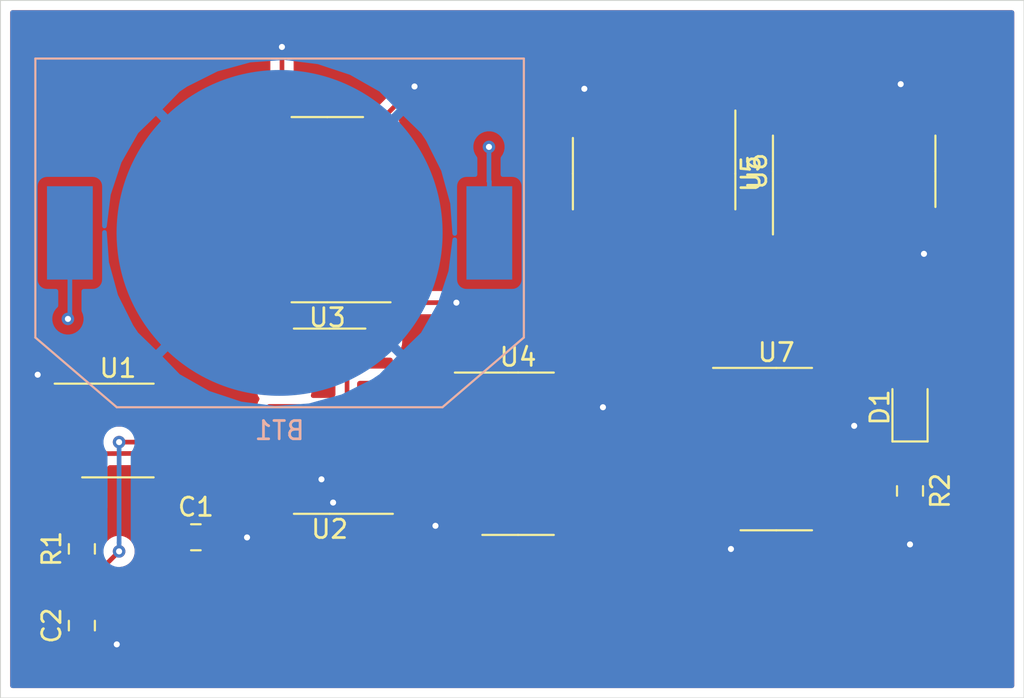
<source format=kicad_pcb>
(kicad_pcb (version 20171130) (host pcbnew 5.1.5)

  (general
    (thickness 1.6)
    (drawings 4)
    (tracks 97)
    (zones 0)
    (modules 13)
    (nets 26)
  )

  (page A4)
  (layers
    (0 F.Cu signal)
    (31 B.Cu signal)
    (32 B.Adhes user)
    (33 F.Adhes user)
    (34 B.Paste user)
    (35 F.Paste user)
    (36 B.SilkS user)
    (37 F.SilkS user)
    (38 B.Mask user)
    (39 F.Mask user)
    (40 Dwgs.User user)
    (41 Cmts.User user)
    (42 Eco1.User user)
    (43 Eco2.User user)
    (44 Edge.Cuts user)
    (45 Margin user)
    (46 B.CrtYd user)
    (47 F.CrtYd user)
    (48 B.Fab user)
    (49 F.Fab user)
  )

  (setup
    (last_trace_width 0.254)
    (trace_clearance 0.1524)
    (zone_clearance 0.508)
    (zone_45_only no)
    (trace_min 0.254)
    (via_size 0.6858)
    (via_drill 0.3302)
    (via_min_size 0.6858)
    (via_min_drill 0.3302)
    (uvia_size 0.3)
    (uvia_drill 0.1)
    (uvias_allowed no)
    (uvia_min_size 0.2)
    (uvia_min_drill 0.1)
    (edge_width 0.05)
    (segment_width 0.2)
    (pcb_text_width 0.3)
    (pcb_text_size 1.5 1.5)
    (mod_edge_width 0.12)
    (mod_text_size 1 1)
    (mod_text_width 0.15)
    (pad_size 1.524 1.524)
    (pad_drill 0.762)
    (pad_to_mask_clearance 0.051)
    (solder_mask_min_width 0.25)
    (aux_axis_origin 0 0)
    (visible_elements FFFFFF7F)
    (pcbplotparams
      (layerselection 0x010fc_ffffffff)
      (usegerberextensions false)
      (usegerberattributes false)
      (usegerberadvancedattributes false)
      (creategerberjobfile false)
      (excludeedgelayer true)
      (linewidth 0.100000)
      (plotframeref false)
      (viasonmask false)
      (mode 1)
      (useauxorigin false)
      (hpglpennumber 1)
      (hpglpenspeed 20)
      (hpglpendiameter 15.000000)
      (psnegative false)
      (psa4output false)
      (plotreference true)
      (plotvalue true)
      (plotinvisibletext false)
      (padsonsilk false)
      (subtractmaskfromsilk false)
      (outputformat 1)
      (mirror false)
      (drillshape 1)
      (scaleselection 1)
      (outputdirectory ""))
  )

  (net 0 "")
  (net 1 GND)
  (net 2 VDD)
  (net 3 N$1)
  (net 4 N$2)
  (net 5 N$22)
  (net 6 N$23)
  (net 7 N$3)
  (net 8 N$8)
  (net 9 N$6)
  (net 10 N$10)
  (net 11 N$12)
  (net 12 N$5)
  (net 13 N$4)
  (net 14 N$14)
  (net 15 N$7)
  (net 16 N$9)
  (net 17 N$11)
  (net 18 N$13)
  (net 19 N$15)
  (net 20 N$18)
  (net 21 N$16)
  (net 22 N$19)
  (net 23 N$17)
  (net 24 N$21)
  (net 25 N$20)

  (net_class Default "This is the default net class."
    (clearance 0.1524)
    (trace_width 0.254)
    (via_dia 0.6858)
    (via_drill 0.3302)
    (uvia_dia 0.3)
    (uvia_drill 0.1)
    (diff_pair_width 0.254)
    (diff_pair_gap 0.254)
    (add_net GND)
    (add_net N$1)
    (add_net N$10)
    (add_net N$11)
    (add_net N$12)
    (add_net N$13)
    (add_net N$14)
    (add_net N$15)
    (add_net N$16)
    (add_net N$17)
    (add_net N$18)
    (add_net N$19)
    (add_net N$2)
    (add_net N$20)
    (add_net N$21)
    (add_net N$22)
    (add_net N$23)
    (add_net N$3)
    (add_net N$4)
    (add_net N$5)
    (add_net N$6)
    (add_net N$7)
    (add_net N$8)
    (add_net N$9)
    (add_net VDD)
  )

  (module Capacitor_SMD:C_0805_2012Metric_Pad1.15x1.40mm_HandSolder (layer F.Cu) (tedit 5B36C52B) (tstamp 5E3FE9CD)
    (at 126.365 107.814 90)
    (descr "Capacitor SMD 0805 (2012 Metric), square (rectangular) end terminal, IPC_7351 nominal with elongated pad for handsoldering. (Body size source: https://docs.google.com/spreadsheets/d/1BsfQQcO9C6DZCsRaXUlFlo91Tg2WpOkGARC1WS5S8t0/edit?usp=sharing), generated with kicad-footprint-generator")
    (tags "capacitor handsolder")
    (path /top/9884568157308580984)
    (attr smd)
    (fp_text reference C2 (at 0 -1.65 90) (layer F.SilkS)
      (effects (font (size 1 1) (thickness 0.15)))
    )
    (fp_text value 1U (at 0 1.65 90) (layer F.Fab)
      (effects (font (size 1 1) (thickness 0.15)))
    )
    (fp_text user %R (at 0 0 90) (layer F.Fab)
      (effects (font (size 0.5 0.5) (thickness 0.08)))
    )
    (fp_line (start 1.85 0.95) (end -1.85 0.95) (layer F.CrtYd) (width 0.05))
    (fp_line (start 1.85 -0.95) (end 1.85 0.95) (layer F.CrtYd) (width 0.05))
    (fp_line (start -1.85 -0.95) (end 1.85 -0.95) (layer F.CrtYd) (width 0.05))
    (fp_line (start -1.85 0.95) (end -1.85 -0.95) (layer F.CrtYd) (width 0.05))
    (fp_line (start -0.261252 0.71) (end 0.261252 0.71) (layer F.SilkS) (width 0.12))
    (fp_line (start -0.261252 -0.71) (end 0.261252 -0.71) (layer F.SilkS) (width 0.12))
    (fp_line (start 1 0.6) (end -1 0.6) (layer F.Fab) (width 0.1))
    (fp_line (start 1 -0.6) (end 1 0.6) (layer F.Fab) (width 0.1))
    (fp_line (start -1 -0.6) (end 1 -0.6) (layer F.Fab) (width 0.1))
    (fp_line (start -1 0.6) (end -1 -0.6) (layer F.Fab) (width 0.1))
    (pad 2 smd roundrect (at 1.025 0 90) (size 1.15 1.4) (layers F.Cu F.Paste F.Mask) (roundrect_rratio 0.217391)
      (net 4 N$2))
    (pad 1 smd roundrect (at -1.025 0 90) (size 1.15 1.4) (layers F.Cu F.Paste F.Mask) (roundrect_rratio 0.217391)
      (net 1 GND))
    (model ${KISYS3DMOD}/Capacitor_SMD.3dshapes/C_0805_2012Metric.wrl
      (at (xyz 0 0 0))
      (scale (xyz 1 1 1))
      (rotate (xyz 0 0 0))
    )
  )

  (module morse-blinkies:BatteryHolder_LINK_BAT-HLD-001-SMT (layer B.Cu) (tedit 5E3E6D58) (tstamp 5E3FE9AB)
    (at 137.16 86.36)
    (path /top/2914181390403954273)
    (fp_text reference BT1 (at 0 10.795) (layer B.SilkS)
      (effects (font (size 1 1) (thickness 0.15)) (justify mirror))
    )
    (fp_text value 9V (at 0 -10.795) (layer B.Fab)
      (effects (font (size 1 1) (thickness 0.15)) (justify mirror))
    )
    (fp_line (start 13.335 -9.525) (end 13.335 5.715) (layer B.SilkS) (width 0.12))
    (fp_line (start 13.335 5.715) (end 8.89 9.525) (layer B.SilkS) (width 0.12))
    (fp_line (start 8.89 9.525) (end -8.89 9.525) (layer B.SilkS) (width 0.12))
    (fp_line (start -8.89 9.525) (end -13.335 5.715) (layer B.SilkS) (width 0.12))
    (fp_line (start -13.335 5.715) (end -13.335 -9.525) (layer B.SilkS) (width 0.12))
    (fp_line (start -13.335 -9.525) (end 13.335 -9.525) (layer B.SilkS) (width 0.12))
    (pad 2 smd circle (at 0 0) (size 17.8 17.8) (layers B.Cu B.Paste B.Mask)
      (net 1 GND))
    (pad 1 smd rect (at -11.45 0) (size 2.5 5.1) (layers B.Cu B.Paste B.Mask)
      (net 2 VDD))
    (pad 1 smd rect (at 11.45 0) (size 2.5 5.1) (layers B.Cu B.Paste B.Mask)
      (net 2 VDD))
  )

  (module Capacitor_SMD:C_0805_2012Metric_Pad1.15x1.40mm_HandSolder (layer F.Cu) (tedit 5B36C52B) (tstamp 5E3FE9BC)
    (at 132.588 102.988)
    (descr "Capacitor SMD 0805 (2012 Metric), square (rectangular) end terminal, IPC_7351 nominal with elongated pad for handsoldering. (Body size source: https://docs.google.com/spreadsheets/d/1BsfQQcO9C6DZCsRaXUlFlo91Tg2WpOkGARC1WS5S8t0/edit?usp=sharing), generated with kicad-footprint-generator")
    (tags "capacitor handsolder")
    (path /top/6760890883640775025)
    (attr smd)
    (fp_text reference C1 (at 0 -1.65) (layer F.SilkS)
      (effects (font (size 1 1) (thickness 0.15)))
    )
    (fp_text value 100n (at 0 1.65) (layer F.Fab)
      (effects (font (size 1 1) (thickness 0.15)))
    )
    (fp_line (start -1 0.6) (end -1 -0.6) (layer F.Fab) (width 0.1))
    (fp_line (start -1 -0.6) (end 1 -0.6) (layer F.Fab) (width 0.1))
    (fp_line (start 1 -0.6) (end 1 0.6) (layer F.Fab) (width 0.1))
    (fp_line (start 1 0.6) (end -1 0.6) (layer F.Fab) (width 0.1))
    (fp_line (start -0.261252 -0.71) (end 0.261252 -0.71) (layer F.SilkS) (width 0.12))
    (fp_line (start -0.261252 0.71) (end 0.261252 0.71) (layer F.SilkS) (width 0.12))
    (fp_line (start -1.85 0.95) (end -1.85 -0.95) (layer F.CrtYd) (width 0.05))
    (fp_line (start -1.85 -0.95) (end 1.85 -0.95) (layer F.CrtYd) (width 0.05))
    (fp_line (start 1.85 -0.95) (end 1.85 0.95) (layer F.CrtYd) (width 0.05))
    (fp_line (start 1.85 0.95) (end -1.85 0.95) (layer F.CrtYd) (width 0.05))
    (fp_text user %R (at 0 0) (layer F.Fab)
      (effects (font (size 0.5 0.5) (thickness 0.08)))
    )
    (pad 1 smd roundrect (at -1.025 0) (size 1.15 1.4) (layers F.Cu F.Paste F.Mask) (roundrect_rratio 0.217391)
      (net 3 N$1))
    (pad 2 smd roundrect (at 1.025 0) (size 1.15 1.4) (layers F.Cu F.Paste F.Mask) (roundrect_rratio 0.217391)
      (net 1 GND))
    (model ${KISYS3DMOD}/Capacitor_SMD.3dshapes/C_0805_2012Metric.wrl
      (at (xyz 0 0 0))
      (scale (xyz 1 1 1))
      (rotate (xyz 0 0 0))
    )
  )

  (module LED_SMD:LED_0805_2012Metric_Pad1.15x1.40mm_HandSolder (layer F.Cu) (tedit 5B4B45C9) (tstamp 5E3FE9E0)
    (at 171.577 95.894 90)
    (descr "LED SMD 0805 (2012 Metric), square (rectangular) end terminal, IPC_7351 nominal, (Body size source: https://docs.google.com/spreadsheets/d/1BsfQQcO9C6DZCsRaXUlFlo91Tg2WpOkGARC1WS5S8t0/edit?usp=sharing), generated with kicad-footprint-generator")
    (tags "LED handsolder")
    (path /top/1010223619782359180)
    (attr smd)
    (fp_text reference D1 (at 0 -1.65 90) (layer F.SilkS)
      (effects (font (size 1 1) (thickness 0.15)))
    )
    (fp_text value LED (at 0 1.65 90) (layer F.Fab)
      (effects (font (size 1 1) (thickness 0.15)))
    )
    (fp_line (start 1 -0.6) (end -0.7 -0.6) (layer F.Fab) (width 0.1))
    (fp_line (start -0.7 -0.6) (end -1 -0.3) (layer F.Fab) (width 0.1))
    (fp_line (start -1 -0.3) (end -1 0.6) (layer F.Fab) (width 0.1))
    (fp_line (start -1 0.6) (end 1 0.6) (layer F.Fab) (width 0.1))
    (fp_line (start 1 0.6) (end 1 -0.6) (layer F.Fab) (width 0.1))
    (fp_line (start 1 -0.96) (end -1.86 -0.96) (layer F.SilkS) (width 0.12))
    (fp_line (start -1.86 -0.96) (end -1.86 0.96) (layer F.SilkS) (width 0.12))
    (fp_line (start -1.86 0.96) (end 1 0.96) (layer F.SilkS) (width 0.12))
    (fp_line (start -1.85 0.95) (end -1.85 -0.95) (layer F.CrtYd) (width 0.05))
    (fp_line (start -1.85 -0.95) (end 1.85 -0.95) (layer F.CrtYd) (width 0.05))
    (fp_line (start 1.85 -0.95) (end 1.85 0.95) (layer F.CrtYd) (width 0.05))
    (fp_line (start 1.85 0.95) (end -1.85 0.95) (layer F.CrtYd) (width 0.05))
    (fp_text user %R (at 0 0 90) (layer F.Fab)
      (effects (font (size 0.5 0.5) (thickness 0.08)))
    )
    (pad 1 smd roundrect (at -1.025 0 90) (size 1.15 1.4) (layers F.Cu F.Paste F.Mask) (roundrect_rratio 0.217391)
      (net 5 N$22))
    (pad 2 smd roundrect (at 1.025 0 90) (size 1.15 1.4) (layers F.Cu F.Paste F.Mask) (roundrect_rratio 0.217391)
      (net 6 N$23))
    (model ${KISYS3DMOD}/LED_SMD.3dshapes/LED_0805_2012Metric.wrl
      (at (xyz 0 0 0))
      (scale (xyz 1 1 1))
      (rotate (xyz 0 0 0))
    )
  )

  (module Resistor_SMD:R_0805_2012Metric_Pad1.15x1.40mm_HandSolder (layer F.Cu) (tedit 5B36C52B) (tstamp 5E3FF55F)
    (at 126.365 103.623 90)
    (descr "Resistor SMD 0805 (2012 Metric), square (rectangular) end terminal, IPC_7351 nominal with elongated pad for handsoldering. (Body size source: https://docs.google.com/spreadsheets/d/1BsfQQcO9C6DZCsRaXUlFlo91Tg2WpOkGARC1WS5S8t0/edit?usp=sharing), generated with kicad-footprint-generator")
    (tags "resistor handsolder")
    (path /top/741987414728780064)
    (attr smd)
    (fp_text reference R1 (at 0 -1.65 90) (layer F.SilkS)
      (effects (font (size 1 1) (thickness 0.15)))
    )
    (fp_text value 470K (at 0 1.65 90) (layer F.Fab)
      (effects (font (size 1 1) (thickness 0.15)))
    )
    (fp_line (start -1 0.6) (end -1 -0.6) (layer F.Fab) (width 0.1))
    (fp_line (start -1 -0.6) (end 1 -0.6) (layer F.Fab) (width 0.1))
    (fp_line (start 1 -0.6) (end 1 0.6) (layer F.Fab) (width 0.1))
    (fp_line (start 1 0.6) (end -1 0.6) (layer F.Fab) (width 0.1))
    (fp_line (start -0.261252 -0.71) (end 0.261252 -0.71) (layer F.SilkS) (width 0.12))
    (fp_line (start -0.261252 0.71) (end 0.261252 0.71) (layer F.SilkS) (width 0.12))
    (fp_line (start -1.85 0.95) (end -1.85 -0.95) (layer F.CrtYd) (width 0.05))
    (fp_line (start -1.85 -0.95) (end 1.85 -0.95) (layer F.CrtYd) (width 0.05))
    (fp_line (start 1.85 -0.95) (end 1.85 0.95) (layer F.CrtYd) (width 0.05))
    (fp_line (start 1.85 0.95) (end -1.85 0.95) (layer F.CrtYd) (width 0.05))
    (fp_text user %R (at 0 0 90) (layer F.Fab)
      (effects (font (size 0.5 0.5) (thickness 0.08)))
    )
    (pad 1 smd roundrect (at -1.025 0 90) (size 1.15 1.4) (layers F.Cu F.Paste F.Mask) (roundrect_rratio 0.217391)
      (net 4 N$2))
    (pad 2 smd roundrect (at 1.025 0 90) (size 1.15 1.4) (layers F.Cu F.Paste F.Mask) (roundrect_rratio 0.217391)
      (net 7 N$3))
    (model ${KISYS3DMOD}/Resistor_SMD.3dshapes/R_0805_2012Metric.wrl
      (at (xyz 0 0 0))
      (scale (xyz 1 1 1))
      (rotate (xyz 0 0 0))
    )
  )

  (module Resistor_SMD:R_0805_2012Metric_Pad1.15x1.40mm_HandSolder (layer F.Cu) (tedit 5B36C52B) (tstamp 5E3FEA02)
    (at 171.577 100.457 270)
    (descr "Resistor SMD 0805 (2012 Metric), square (rectangular) end terminal, IPC_7351 nominal with elongated pad for handsoldering. (Body size source: https://docs.google.com/spreadsheets/d/1BsfQQcO9C6DZCsRaXUlFlo91Tg2WpOkGARC1WS5S8t0/edit?usp=sharing), generated with kicad-footprint-generator")
    (tags "resistor handsolder")
    (path /top/17896820669169937386)
    (attr smd)
    (fp_text reference R2 (at 0 -1.65 90) (layer F.SilkS)
      (effects (font (size 1 1) (thickness 0.15)))
    )
    (fp_text value 1K (at 0 1.65 90) (layer F.Fab)
      (effects (font (size 1 1) (thickness 0.15)))
    )
    (fp_text user %R (at 0 0 90) (layer F.Fab)
      (effects (font (size 0.5 0.5) (thickness 0.08)))
    )
    (fp_line (start 1.85 0.95) (end -1.85 0.95) (layer F.CrtYd) (width 0.05))
    (fp_line (start 1.85 -0.95) (end 1.85 0.95) (layer F.CrtYd) (width 0.05))
    (fp_line (start -1.85 -0.95) (end 1.85 -0.95) (layer F.CrtYd) (width 0.05))
    (fp_line (start -1.85 0.95) (end -1.85 -0.95) (layer F.CrtYd) (width 0.05))
    (fp_line (start -0.261252 0.71) (end 0.261252 0.71) (layer F.SilkS) (width 0.12))
    (fp_line (start -0.261252 -0.71) (end 0.261252 -0.71) (layer F.SilkS) (width 0.12))
    (fp_line (start 1 0.6) (end -1 0.6) (layer F.Fab) (width 0.1))
    (fp_line (start 1 -0.6) (end 1 0.6) (layer F.Fab) (width 0.1))
    (fp_line (start -1 -0.6) (end 1 -0.6) (layer F.Fab) (width 0.1))
    (fp_line (start -1 0.6) (end -1 -0.6) (layer F.Fab) (width 0.1))
    (pad 2 smd roundrect (at 1.025 0 270) (size 1.15 1.4) (layers F.Cu F.Paste F.Mask) (roundrect_rratio 0.217391)
      (net 1 GND))
    (pad 1 smd roundrect (at -1.025 0 270) (size 1.15 1.4) (layers F.Cu F.Paste F.Mask) (roundrect_rratio 0.217391)
      (net 5 N$22))
    (model ${KISYS3DMOD}/Resistor_SMD.3dshapes/R_0805_2012Metric.wrl
      (at (xyz 0 0 0))
      (scale (xyz 1 1 1))
      (rotate (xyz 0 0 0))
    )
  )

  (module Package_SO:SOIC-8_3.9x4.9mm_P1.27mm (layer F.Cu) (tedit 5D9F72B1) (tstamp 5E3FEA1C)
    (at 128.332 97.155)
    (descr "SOIC, 8 Pin (JEDEC MS-012AA, https://www.analog.com/media/en/package-pcb-resources/package/pkg_pdf/soic_narrow-r/r_8.pdf), generated with kicad-footprint-generator ipc_gullwing_generator.py")
    (tags "SOIC SO")
    (path /top/13276085963882500076)
    (attr smd)
    (fp_text reference U1 (at 0 -3.4) (layer F.SilkS)
      (effects (font (size 1 1) (thickness 0.15)))
    )
    (fp_text value 7555 (at 0 3.4) (layer F.Fab)
      (effects (font (size 1 1) (thickness 0.15)))
    )
    (fp_line (start 0 2.56) (end 1.95 2.56) (layer F.SilkS) (width 0.12))
    (fp_line (start 0 2.56) (end -1.95 2.56) (layer F.SilkS) (width 0.12))
    (fp_line (start 0 -2.56) (end 1.95 -2.56) (layer F.SilkS) (width 0.12))
    (fp_line (start 0 -2.56) (end -3.45 -2.56) (layer F.SilkS) (width 0.12))
    (fp_line (start -0.975 -2.45) (end 1.95 -2.45) (layer F.Fab) (width 0.1))
    (fp_line (start 1.95 -2.45) (end 1.95 2.45) (layer F.Fab) (width 0.1))
    (fp_line (start 1.95 2.45) (end -1.95 2.45) (layer F.Fab) (width 0.1))
    (fp_line (start -1.95 2.45) (end -1.95 -1.475) (layer F.Fab) (width 0.1))
    (fp_line (start -1.95 -1.475) (end -0.975 -2.45) (layer F.Fab) (width 0.1))
    (fp_line (start -3.7 -2.7) (end -3.7 2.7) (layer F.CrtYd) (width 0.05))
    (fp_line (start -3.7 2.7) (end 3.7 2.7) (layer F.CrtYd) (width 0.05))
    (fp_line (start 3.7 2.7) (end 3.7 -2.7) (layer F.CrtYd) (width 0.05))
    (fp_line (start 3.7 -2.7) (end -3.7 -2.7) (layer F.CrtYd) (width 0.05))
    (fp_text user %R (at 0 0) (layer F.Fab)
      (effects (font (size 0.98 0.98) (thickness 0.15)))
    )
    (pad 1 smd roundrect (at -2.475 -1.905) (size 1.95 0.6) (layers F.Cu F.Paste F.Mask) (roundrect_rratio 0.25)
      (net 1 GND))
    (pad 2 smd roundrect (at -2.475 -0.635) (size 1.95 0.6) (layers F.Cu F.Paste F.Mask) (roundrect_rratio 0.25)
      (net 4 N$2))
    (pad 3 smd roundrect (at -2.475 0.635) (size 1.95 0.6) (layers F.Cu F.Paste F.Mask) (roundrect_rratio 0.25)
      (net 7 N$3))
    (pad 4 smd roundrect (at -2.475 1.905) (size 1.95 0.6) (layers F.Cu F.Paste F.Mask) (roundrect_rratio 0.25)
      (net 2 VDD))
    (pad 5 smd roundrect (at 2.475 1.905) (size 1.95 0.6) (layers F.Cu F.Paste F.Mask) (roundrect_rratio 0.25)
      (net 3 N$1))
    (pad 6 smd roundrect (at 2.475 0.635) (size 1.95 0.6) (layers F.Cu F.Paste F.Mask) (roundrect_rratio 0.25)
      (net 4 N$2))
    (pad 7 smd roundrect (at 2.475 -0.635) (size 1.95 0.6) (layers F.Cu F.Paste F.Mask) (roundrect_rratio 0.25))
    (pad 8 smd roundrect (at 2.475 -1.905) (size 1.95 0.6) (layers F.Cu F.Paste F.Mask) (roundrect_rratio 0.25)
      (net 2 VDD))
    (model ${KISYS3DMOD}/Package_SO.3dshapes/SOIC-8_3.9x4.9mm_P1.27mm.wrl
      (at (xyz 0 0 0))
      (scale (xyz 1 1 1))
      (rotate (xyz 0 0 0))
    )
  )

  (module Package_SO:SOIC-16_3.9x9.9mm_P1.27mm (layer F.Cu) (tedit 5D9F72B1) (tstamp 5E3FEA3E)
    (at 139.892 96.647 180)
    (descr "SOIC, 16 Pin (JEDEC MS-012AC, https://www.analog.com/media/en/package-pcb-resources/package/pkg_pdf/soic_narrow-r/r_16.pdf), generated with kicad-footprint-generator ipc_gullwing_generator.py")
    (tags "SOIC SO")
    (path /top/15306355512589760698)
    (attr smd)
    (fp_text reference U2 (at 0 -5.9) (layer F.SilkS)
      (effects (font (size 1 1) (thickness 0.15)))
    )
    (fp_text value 74HC193 (at 0 5.9) (layer F.Fab)
      (effects (font (size 1 1) (thickness 0.15)))
    )
    (fp_line (start 0 5.06) (end 1.95 5.06) (layer F.SilkS) (width 0.12))
    (fp_line (start 0 5.06) (end -1.95 5.06) (layer F.SilkS) (width 0.12))
    (fp_line (start 0 -5.06) (end 1.95 -5.06) (layer F.SilkS) (width 0.12))
    (fp_line (start 0 -5.06) (end -3.45 -5.06) (layer F.SilkS) (width 0.12))
    (fp_line (start -0.975 -4.95) (end 1.95 -4.95) (layer F.Fab) (width 0.1))
    (fp_line (start 1.95 -4.95) (end 1.95 4.95) (layer F.Fab) (width 0.1))
    (fp_line (start 1.95 4.95) (end -1.95 4.95) (layer F.Fab) (width 0.1))
    (fp_line (start -1.95 4.95) (end -1.95 -3.975) (layer F.Fab) (width 0.1))
    (fp_line (start -1.95 -3.975) (end -0.975 -4.95) (layer F.Fab) (width 0.1))
    (fp_line (start -3.7 -5.2) (end -3.7 5.2) (layer F.CrtYd) (width 0.05))
    (fp_line (start -3.7 5.2) (end 3.7 5.2) (layer F.CrtYd) (width 0.05))
    (fp_line (start 3.7 5.2) (end 3.7 -5.2) (layer F.CrtYd) (width 0.05))
    (fp_line (start 3.7 -5.2) (end -3.7 -5.2) (layer F.CrtYd) (width 0.05))
    (fp_text user %R (at 0 0) (layer F.Fab)
      (effects (font (size 0.98 0.98) (thickness 0.15)))
    )
    (pad 1 smd roundrect (at -2.475 -4.445 180) (size 1.95 0.6) (layers F.Cu F.Paste F.Mask) (roundrect_rratio 0.25)
      (net 1 GND))
    (pad 2 smd roundrect (at -2.475 -3.175 180) (size 1.95 0.6) (layers F.Cu F.Paste F.Mask) (roundrect_rratio 0.25)
      (net 8 N$8))
    (pad 3 smd roundrect (at -2.475 -1.905 180) (size 1.95 0.6) (layers F.Cu F.Paste F.Mask) (roundrect_rratio 0.25)
      (net 9 N$6))
    (pad 4 smd roundrect (at -2.475 -0.635 180) (size 1.95 0.6) (layers F.Cu F.Paste F.Mask) (roundrect_rratio 0.25)
      (net 2 VDD))
    (pad 5 smd roundrect (at -2.475 0.635 180) (size 1.95 0.6) (layers F.Cu F.Paste F.Mask) (roundrect_rratio 0.25)
      (net 7 N$3))
    (pad 6 smd roundrect (at -2.475 1.905 180) (size 1.95 0.6) (layers F.Cu F.Paste F.Mask) (roundrect_rratio 0.25)
      (net 10 N$10))
    (pad 7 smd roundrect (at -2.475 3.175 180) (size 1.95 0.6) (layers F.Cu F.Paste F.Mask) (roundrect_rratio 0.25)
      (net 11 N$12))
    (pad 8 smd roundrect (at -2.475 4.445 180) (size 1.95 0.6) (layers F.Cu F.Paste F.Mask) (roundrect_rratio 0.25)
      (net 1 GND))
    (pad 9 smd roundrect (at 2.475 4.445 180) (size 1.95 0.6) (layers F.Cu F.Paste F.Mask) (roundrect_rratio 0.25)
      (net 1 GND))
    (pad 10 smd roundrect (at 2.475 3.175 180) (size 1.95 0.6) (layers F.Cu F.Paste F.Mask) (roundrect_rratio 0.25)
      (net 1 GND))
    (pad 11 smd roundrect (at 2.475 1.905 180) (size 1.95 0.6) (layers F.Cu F.Paste F.Mask) (roundrect_rratio 0.25)
      (net 2 VDD))
    (pad 12 smd roundrect (at 2.475 0.635 180) (size 1.95 0.6) (layers F.Cu F.Paste F.Mask) (roundrect_rratio 0.25)
      (net 12 N$5))
    (pad 13 smd roundrect (at 2.475 -0.635 180) (size 1.95 0.6) (layers F.Cu F.Paste F.Mask) (roundrect_rratio 0.25))
    (pad 14 smd roundrect (at 2.475 -1.905 180) (size 1.95 0.6) (layers F.Cu F.Paste F.Mask) (roundrect_rratio 0.25)
      (net 13 N$4))
    (pad 15 smd roundrect (at 2.475 -3.175 180) (size 1.95 0.6) (layers F.Cu F.Paste F.Mask) (roundrect_rratio 0.25)
      (net 1 GND))
    (pad 16 smd roundrect (at 2.475 -4.445 180) (size 1.95 0.6) (layers F.Cu F.Paste F.Mask) (roundrect_rratio 0.25)
      (net 2 VDD))
    (model ${KISYS3DMOD}/Package_SO.3dshapes/SOIC-16_3.9x9.9mm_P1.27mm.wrl
      (at (xyz 0 0 0))
      (scale (xyz 1 1 1))
      (rotate (xyz 0 0 0))
    )
  )

  (module Package_SO:SOIC-16_3.9x9.9mm_P1.27mm (layer F.Cu) (tedit 5D9F72B1) (tstamp 5E3FEA60)
    (at 139.765 85.09 180)
    (descr "SOIC, 16 Pin (JEDEC MS-012AC, https://www.analog.com/media/en/package-pcb-resources/package/pkg_pdf/soic_narrow-r/r_16.pdf), generated with kicad-footprint-generator ipc_gullwing_generator.py")
    (tags "SOIC SO")
    (path /top/14378251546784972819)
    (attr smd)
    (fp_text reference U3 (at 0 -5.9) (layer F.SilkS)
      (effects (font (size 1 1) (thickness 0.15)))
    )
    (fp_text value 74HC193 (at 0 5.9) (layer F.Fab)
      (effects (font (size 1 1) (thickness 0.15)))
    )
    (fp_text user %R (at 0 0) (layer F.Fab)
      (effects (font (size 0.98 0.98) (thickness 0.15)))
    )
    (fp_line (start 3.7 -5.2) (end -3.7 -5.2) (layer F.CrtYd) (width 0.05))
    (fp_line (start 3.7 5.2) (end 3.7 -5.2) (layer F.CrtYd) (width 0.05))
    (fp_line (start -3.7 5.2) (end 3.7 5.2) (layer F.CrtYd) (width 0.05))
    (fp_line (start -3.7 -5.2) (end -3.7 5.2) (layer F.CrtYd) (width 0.05))
    (fp_line (start -1.95 -3.975) (end -0.975 -4.95) (layer F.Fab) (width 0.1))
    (fp_line (start -1.95 4.95) (end -1.95 -3.975) (layer F.Fab) (width 0.1))
    (fp_line (start 1.95 4.95) (end -1.95 4.95) (layer F.Fab) (width 0.1))
    (fp_line (start 1.95 -4.95) (end 1.95 4.95) (layer F.Fab) (width 0.1))
    (fp_line (start -0.975 -4.95) (end 1.95 -4.95) (layer F.Fab) (width 0.1))
    (fp_line (start 0 -5.06) (end -3.45 -5.06) (layer F.SilkS) (width 0.12))
    (fp_line (start 0 -5.06) (end 1.95 -5.06) (layer F.SilkS) (width 0.12))
    (fp_line (start 0 5.06) (end -1.95 5.06) (layer F.SilkS) (width 0.12))
    (fp_line (start 0 5.06) (end 1.95 5.06) (layer F.SilkS) (width 0.12))
    (pad 16 smd roundrect (at 2.475 -4.445 180) (size 1.95 0.6) (layers F.Cu F.Paste F.Mask) (roundrect_rratio 0.25)
      (net 2 VDD))
    (pad 15 smd roundrect (at 2.475 -3.175 180) (size 1.95 0.6) (layers F.Cu F.Paste F.Mask) (roundrect_rratio 0.25)
      (net 1 GND))
    (pad 14 smd roundrect (at 2.475 -1.905 180) (size 1.95 0.6) (layers F.Cu F.Paste F.Mask) (roundrect_rratio 0.25)
      (net 13 N$4))
    (pad 13 smd roundrect (at 2.475 -0.635 180) (size 1.95 0.6) (layers F.Cu F.Paste F.Mask) (roundrect_rratio 0.25))
    (pad 12 smd roundrect (at 2.475 0.635 180) (size 1.95 0.6) (layers F.Cu F.Paste F.Mask) (roundrect_rratio 0.25))
    (pad 11 smd roundrect (at 2.475 1.905 180) (size 1.95 0.6) (layers F.Cu F.Paste F.Mask) (roundrect_rratio 0.25)
      (net 2 VDD))
    (pad 10 smd roundrect (at 2.475 3.175 180) (size 1.95 0.6) (layers F.Cu F.Paste F.Mask) (roundrect_rratio 0.25)
      (net 1 GND))
    (pad 9 smd roundrect (at 2.475 4.445 180) (size 1.95 0.6) (layers F.Cu F.Paste F.Mask) (roundrect_rratio 0.25)
      (net 1 GND))
    (pad 8 smd roundrect (at -2.475 4.445 180) (size 1.95 0.6) (layers F.Cu F.Paste F.Mask) (roundrect_rratio 0.25)
      (net 1 GND))
    (pad 7 smd roundrect (at -2.475 3.175 180) (size 1.95 0.6) (layers F.Cu F.Paste F.Mask) (roundrect_rratio 0.25))
    (pad 6 smd roundrect (at -2.475 1.905 180) (size 1.95 0.6) (layers F.Cu F.Paste F.Mask) (roundrect_rratio 0.25))
    (pad 5 smd roundrect (at -2.475 0.635 180) (size 1.95 0.6) (layers F.Cu F.Paste F.Mask) (roundrect_rratio 0.25)
      (net 12 N$5))
    (pad 4 smd roundrect (at -2.475 -0.635 180) (size 1.95 0.6) (layers F.Cu F.Paste F.Mask) (roundrect_rratio 0.25)
      (net 2 VDD))
    (pad 3 smd roundrect (at -2.475 -1.905 180) (size 1.95 0.6) (layers F.Cu F.Paste F.Mask) (roundrect_rratio 0.25)
      (net 14 N$14))
    (pad 2 smd roundrect (at -2.475 -3.175 180) (size 1.95 0.6) (layers F.Cu F.Paste F.Mask) (roundrect_rratio 0.25)
      (net 13 N$4))
    (pad 1 smd roundrect (at -2.475 -4.445 180) (size 1.95 0.6) (layers F.Cu F.Paste F.Mask) (roundrect_rratio 0.25)
      (net 1 GND))
    (model ${KISYS3DMOD}/Package_SO.3dshapes/SOIC-16_3.9x9.9mm_P1.27mm.wrl
      (at (xyz 0 0 0))
      (scale (xyz 1 1 1))
      (rotate (xyz 0 0 0))
    )
  )

  (module Package_SO:SOIC-14_3.9x8.7mm_P1.27mm (layer F.Cu) (tedit 5D9F72B1) (tstamp 5E3FEA80)
    (at 150.179 98.425)
    (descr "SOIC, 14 Pin (JEDEC MS-012AB, https://www.analog.com/media/en/package-pcb-resources/package/pkg_pdf/soic_narrow-r/r_14.pdf), generated with kicad-footprint-generator ipc_gullwing_generator.py")
    (tags "SOIC SO")
    (path /top/15123348946260010472)
    (attr smd)
    (fp_text reference U4 (at 0 -5.28) (layer F.SilkS)
      (effects (font (size 1 1) (thickness 0.15)))
    )
    (fp_text value 74HC04 (at 0 5.28) (layer F.Fab)
      (effects (font (size 1 1) (thickness 0.15)))
    )
    (fp_line (start 0 4.435) (end 1.95 4.435) (layer F.SilkS) (width 0.12))
    (fp_line (start 0 4.435) (end -1.95 4.435) (layer F.SilkS) (width 0.12))
    (fp_line (start 0 -4.435) (end 1.95 -4.435) (layer F.SilkS) (width 0.12))
    (fp_line (start 0 -4.435) (end -3.45 -4.435) (layer F.SilkS) (width 0.12))
    (fp_line (start -0.975 -4.325) (end 1.95 -4.325) (layer F.Fab) (width 0.1))
    (fp_line (start 1.95 -4.325) (end 1.95 4.325) (layer F.Fab) (width 0.1))
    (fp_line (start 1.95 4.325) (end -1.95 4.325) (layer F.Fab) (width 0.1))
    (fp_line (start -1.95 4.325) (end -1.95 -3.35) (layer F.Fab) (width 0.1))
    (fp_line (start -1.95 -3.35) (end -0.975 -4.325) (layer F.Fab) (width 0.1))
    (fp_line (start -3.7 -4.58) (end -3.7 4.58) (layer F.CrtYd) (width 0.05))
    (fp_line (start -3.7 4.58) (end 3.7 4.58) (layer F.CrtYd) (width 0.05))
    (fp_line (start 3.7 4.58) (end 3.7 -4.58) (layer F.CrtYd) (width 0.05))
    (fp_line (start 3.7 -4.58) (end -3.7 -4.58) (layer F.CrtYd) (width 0.05))
    (fp_text user %R (at 0 0) (layer F.Fab)
      (effects (font (size 0.98 0.98) (thickness 0.15)))
    )
    (pad 1 smd roundrect (at -2.475 -3.81) (size 1.95 0.6) (layers F.Cu F.Paste F.Mask) (roundrect_rratio 0.25)
      (net 9 N$6))
    (pad 2 smd roundrect (at -2.475 -2.54) (size 1.95 0.6) (layers F.Cu F.Paste F.Mask) (roundrect_rratio 0.25)
      (net 15 N$7))
    (pad 3 smd roundrect (at -2.475 -1.27) (size 1.95 0.6) (layers F.Cu F.Paste F.Mask) (roundrect_rratio 0.25)
      (net 8 N$8))
    (pad 4 smd roundrect (at -2.475 0) (size 1.95 0.6) (layers F.Cu F.Paste F.Mask) (roundrect_rratio 0.25)
      (net 16 N$9))
    (pad 5 smd roundrect (at -2.475 1.27) (size 1.95 0.6) (layers F.Cu F.Paste F.Mask) (roundrect_rratio 0.25)
      (net 10 N$10))
    (pad 6 smd roundrect (at -2.475 2.54) (size 1.95 0.6) (layers F.Cu F.Paste F.Mask) (roundrect_rratio 0.25)
      (net 17 N$11))
    (pad 7 smd roundrect (at -2.475 3.81) (size 1.95 0.6) (layers F.Cu F.Paste F.Mask) (roundrect_rratio 0.25)
      (net 1 GND))
    (pad 8 smd roundrect (at 2.475 3.81) (size 1.95 0.6) (layers F.Cu F.Paste F.Mask) (roundrect_rratio 0.25)
      (net 18 N$13))
    (pad 9 smd roundrect (at 2.475 2.54) (size 1.95 0.6) (layers F.Cu F.Paste F.Mask) (roundrect_rratio 0.25)
      (net 11 N$12))
    (pad 10 smd roundrect (at 2.475 1.27) (size 1.95 0.6) (layers F.Cu F.Paste F.Mask) (roundrect_rratio 0.25)
      (net 19 N$15))
    (pad 11 smd roundrect (at 2.475 0) (size 1.95 0.6) (layers F.Cu F.Paste F.Mask) (roundrect_rratio 0.25)
      (net 14 N$14))
    (pad 12 smd roundrect (at 2.475 -1.27) (size 1.95 0.6) (layers F.Cu F.Paste F.Mask) (roundrect_rratio 0.25))
    (pad 13 smd roundrect (at 2.475 -2.54) (size 1.95 0.6) (layers F.Cu F.Paste F.Mask) (roundrect_rratio 0.25)
      (net 1 GND))
    (pad 14 smd roundrect (at 2.475 -3.81) (size 1.95 0.6) (layers F.Cu F.Paste F.Mask) (roundrect_rratio 0.25)
      (net 2 VDD))
    (model ${KISYS3DMOD}/Package_SO.3dshapes/SOIC-14_3.9x8.7mm_P1.27mm.wrl
      (at (xyz 0 0 0))
      (scale (xyz 1 1 1))
      (rotate (xyz 0 0 0))
    )
  )

  (module Package_SO:SOIC-14_3.9x8.7mm_P1.27mm (layer F.Cu) (tedit 5D9F72B1) (tstamp 5E3FEAA0)
    (at 157.607 83.123 270)
    (descr "SOIC, 14 Pin (JEDEC MS-012AB, https://www.analog.com/media/en/package-pcb-resources/package/pkg_pdf/soic_narrow-r/r_14.pdf), generated with kicad-footprint-generator ipc_gullwing_generator.py")
    (tags "SOIC SO")
    (path /top/14128890223024088350)
    (attr smd)
    (fp_text reference U5 (at 0 -5.28 90) (layer F.SilkS)
      (effects (font (size 1 1) (thickness 0.15)))
    )
    (fp_text value 74HC21 (at 0 5.28 90) (layer F.Fab)
      (effects (font (size 1 1) (thickness 0.15)))
    )
    (fp_text user %R (at 0 0 90) (layer F.Fab)
      (effects (font (size 0.98 0.98) (thickness 0.15)))
    )
    (fp_line (start 3.7 -4.58) (end -3.7 -4.58) (layer F.CrtYd) (width 0.05))
    (fp_line (start 3.7 4.58) (end 3.7 -4.58) (layer F.CrtYd) (width 0.05))
    (fp_line (start -3.7 4.58) (end 3.7 4.58) (layer F.CrtYd) (width 0.05))
    (fp_line (start -3.7 -4.58) (end -3.7 4.58) (layer F.CrtYd) (width 0.05))
    (fp_line (start -1.95 -3.35) (end -0.975 -4.325) (layer F.Fab) (width 0.1))
    (fp_line (start -1.95 4.325) (end -1.95 -3.35) (layer F.Fab) (width 0.1))
    (fp_line (start 1.95 4.325) (end -1.95 4.325) (layer F.Fab) (width 0.1))
    (fp_line (start 1.95 -4.325) (end 1.95 4.325) (layer F.Fab) (width 0.1))
    (fp_line (start -0.975 -4.325) (end 1.95 -4.325) (layer F.Fab) (width 0.1))
    (fp_line (start 0 -4.435) (end -3.45 -4.435) (layer F.SilkS) (width 0.12))
    (fp_line (start 0 -4.435) (end 1.95 -4.435) (layer F.SilkS) (width 0.12))
    (fp_line (start 0 4.435) (end -1.95 4.435) (layer F.SilkS) (width 0.12))
    (fp_line (start 0 4.435) (end 1.95 4.435) (layer F.SilkS) (width 0.12))
    (pad 14 smd roundrect (at 2.475 -3.81 270) (size 1.95 0.6) (layers F.Cu F.Paste F.Mask) (roundrect_rratio 0.25)
      (net 2 VDD))
    (pad 13 smd roundrect (at 2.475 -2.54 270) (size 1.95 0.6) (layers F.Cu F.Paste F.Mask) (roundrect_rratio 0.25)
      (net 19 N$15))
    (pad 12 smd roundrect (at 2.475 -1.27 270) (size 1.95 0.6) (layers F.Cu F.Paste F.Mask) (roundrect_rratio 0.25)
      (net 11 N$12))
    (pad 11 smd roundrect (at 2.475 0 270) (size 1.95 0.6) (layers F.Cu F.Paste F.Mask) (roundrect_rratio 0.25))
    (pad 10 smd roundrect (at 2.475 1.27 270) (size 1.95 0.6) (layers F.Cu F.Paste F.Mask) (roundrect_rratio 0.25)
      (net 17 N$11))
    (pad 9 smd roundrect (at 2.475 2.54 270) (size 1.95 0.6) (layers F.Cu F.Paste F.Mask) (roundrect_rratio 0.25)
      (net 16 N$9))
    (pad 8 smd roundrect (at 2.475 3.81 270) (size 1.95 0.6) (layers F.Cu F.Paste F.Mask) (roundrect_rratio 0.25)
      (net 20 N$18))
    (pad 7 smd roundrect (at -2.475 3.81 270) (size 1.95 0.6) (layers F.Cu F.Paste F.Mask) (roundrect_rratio 0.25)
      (net 1 GND))
    (pad 6 smd roundrect (at -2.475 2.54 270) (size 1.95 0.6) (layers F.Cu F.Paste F.Mask) (roundrect_rratio 0.25)
      (net 21 N$16))
    (pad 5 smd roundrect (at -2.475 1.27 270) (size 1.95 0.6) (layers F.Cu F.Paste F.Mask) (roundrect_rratio 0.25)
      (net 19 N$15))
    (pad 4 smd roundrect (at -2.475 0 270) (size 1.95 0.6) (layers F.Cu F.Paste F.Mask) (roundrect_rratio 0.25)
      (net 11 N$12))
    (pad 3 smd roundrect (at -2.475 -1.27 270) (size 1.95 0.6) (layers F.Cu F.Paste F.Mask) (roundrect_rratio 0.25))
    (pad 2 smd roundrect (at -2.475 -2.54 270) (size 1.95 0.6) (layers F.Cu F.Paste F.Mask) (roundrect_rratio 0.25)
      (net 10 N$10))
    (pad 1 smd roundrect (at -2.475 -3.81 270) (size 1.95 0.6) (layers F.Cu F.Paste F.Mask) (roundrect_rratio 0.25)
      (net 8 N$8))
    (model ${KISYS3DMOD}/Package_SO.3dshapes/SOIC-14_3.9x8.7mm_P1.27mm.wrl
      (at (xyz 0 0 0))
      (scale (xyz 1 1 1))
      (rotate (xyz 0 0 0))
    )
  )

  (module Package_SO:SOIC-14_3.9x8.7mm_P1.27mm (layer F.Cu) (tedit 5D9F72B1) (tstamp 5E3FEAC0)
    (at 168.529 82.993 90)
    (descr "SOIC, 14 Pin (JEDEC MS-012AB, https://www.analog.com/media/en/package-pcb-resources/package/pkg_pdf/soic_narrow-r/r_14.pdf), generated with kicad-footprint-generator ipc_gullwing_generator.py")
    (tags "SOIC SO")
    (path /top/2200660665479563549)
    (attr smd)
    (fp_text reference U6 (at 0 -5.28 90) (layer F.SilkS)
      (effects (font (size 1 1) (thickness 0.15)))
    )
    (fp_text value 74HC15 (at 0 5.28 90) (layer F.Fab)
      (effects (font (size 1 1) (thickness 0.15)))
    )
    (fp_line (start 0 4.435) (end 1.95 4.435) (layer F.SilkS) (width 0.12))
    (fp_line (start 0 4.435) (end -1.95 4.435) (layer F.SilkS) (width 0.12))
    (fp_line (start 0 -4.435) (end 1.95 -4.435) (layer F.SilkS) (width 0.12))
    (fp_line (start 0 -4.435) (end -3.45 -4.435) (layer F.SilkS) (width 0.12))
    (fp_line (start -0.975 -4.325) (end 1.95 -4.325) (layer F.Fab) (width 0.1))
    (fp_line (start 1.95 -4.325) (end 1.95 4.325) (layer F.Fab) (width 0.1))
    (fp_line (start 1.95 4.325) (end -1.95 4.325) (layer F.Fab) (width 0.1))
    (fp_line (start -1.95 4.325) (end -1.95 -3.35) (layer F.Fab) (width 0.1))
    (fp_line (start -1.95 -3.35) (end -0.975 -4.325) (layer F.Fab) (width 0.1))
    (fp_line (start -3.7 -4.58) (end -3.7 4.58) (layer F.CrtYd) (width 0.05))
    (fp_line (start -3.7 4.58) (end 3.7 4.58) (layer F.CrtYd) (width 0.05))
    (fp_line (start 3.7 4.58) (end 3.7 -4.58) (layer F.CrtYd) (width 0.05))
    (fp_line (start 3.7 -4.58) (end -3.7 -4.58) (layer F.CrtYd) (width 0.05))
    (fp_text user %R (at 0 0 90) (layer F.Fab)
      (effects (font (size 0.98 0.98) (thickness 0.15)))
    )
    (pad 1 smd roundrect (at -2.475 -3.81 90) (size 1.95 0.6) (layers F.Cu F.Paste F.Mask) (roundrect_rratio 0.25)
      (net 15 N$7))
    (pad 2 smd roundrect (at -2.475 -2.54 90) (size 1.95 0.6) (layers F.Cu F.Paste F.Mask) (roundrect_rratio 0.25)
      (net 17 N$11))
    (pad 3 smd roundrect (at -2.475 -1.27 90) (size 1.95 0.6) (layers F.Cu F.Paste F.Mask) (roundrect_rratio 0.25)
      (net 15 N$7))
    (pad 4 smd roundrect (at -2.475 0 90) (size 1.95 0.6) (layers F.Cu F.Paste F.Mask) (roundrect_rratio 0.25)
      (net 8 N$8))
    (pad 5 smd roundrect (at -2.475 1.27 90) (size 1.95 0.6) (layers F.Cu F.Paste F.Mask) (roundrect_rratio 0.25)
      (net 19 N$15))
    (pad 6 smd roundrect (at -2.475 2.54 90) (size 1.95 0.6) (layers F.Cu F.Paste F.Mask) (roundrect_rratio 0.25)
      (net 22 N$19))
    (pad 7 smd roundrect (at -2.475 3.81 90) (size 1.95 0.6) (layers F.Cu F.Paste F.Mask) (roundrect_rratio 0.25)
      (net 1 GND))
    (pad 8 smd roundrect (at 2.475 3.81 90) (size 1.95 0.6) (layers F.Cu F.Paste F.Mask) (roundrect_rratio 0.25))
    (pad 9 smd roundrect (at 2.475 2.54 90) (size 1.95 0.6) (layers F.Cu F.Paste F.Mask) (roundrect_rratio 0.25)
      (net 1 GND))
    (pad 10 smd roundrect (at 2.475 1.27 90) (size 1.95 0.6) (layers F.Cu F.Paste F.Mask) (roundrect_rratio 0.25)
      (net 1 GND))
    (pad 11 smd roundrect (at 2.475 0 90) (size 1.95 0.6) (layers F.Cu F.Paste F.Mask) (roundrect_rratio 0.25)
      (net 1 GND))
    (pad 12 smd roundrect (at 2.475 -1.27 90) (size 1.95 0.6) (layers F.Cu F.Paste F.Mask) (roundrect_rratio 0.25)
      (net 23 N$17))
    (pad 13 smd roundrect (at 2.475 -2.54 90) (size 1.95 0.6) (layers F.Cu F.Paste F.Mask) (roundrect_rratio 0.25)
      (net 18 N$13))
    (pad 14 smd roundrect (at 2.475 -3.81 90) (size 1.95 0.6) (layers F.Cu F.Paste F.Mask) (roundrect_rratio 0.25)
      (net 2 VDD))
    (model ${KISYS3DMOD}/Package_SO.3dshapes/SOIC-14_3.9x8.7mm_P1.27mm.wrl
      (at (xyz 0 0 0))
      (scale (xyz 1 1 1))
      (rotate (xyz 0 0 0))
    )
  )

  (module Package_SO:SOIC-14_3.9x8.7mm_P1.27mm (layer F.Cu) (tedit 5D9F72B1) (tstamp 5E3FEAE0)
    (at 164.276 98.171)
    (descr "SOIC, 14 Pin (JEDEC MS-012AB, https://www.analog.com/media/en/package-pcb-resources/package/pkg_pdf/soic_narrow-r/r_14.pdf), generated with kicad-footprint-generator ipc_gullwing_generator.py")
    (tags "SOIC SO")
    (path /top/6107077007137622855)
    (attr smd)
    (fp_text reference U7 (at 0 -5.28) (layer F.SilkS)
      (effects (font (size 1 1) (thickness 0.15)))
    )
    (fp_text value 74HC32 (at 0 5.28) (layer F.Fab)
      (effects (font (size 1 1) (thickness 0.15)))
    )
    (fp_text user %R (at 0 0) (layer F.Fab)
      (effects (font (size 0.98 0.98) (thickness 0.15)))
    )
    (fp_line (start 3.7 -4.58) (end -3.7 -4.58) (layer F.CrtYd) (width 0.05))
    (fp_line (start 3.7 4.58) (end 3.7 -4.58) (layer F.CrtYd) (width 0.05))
    (fp_line (start -3.7 4.58) (end 3.7 4.58) (layer F.CrtYd) (width 0.05))
    (fp_line (start -3.7 -4.58) (end -3.7 4.58) (layer F.CrtYd) (width 0.05))
    (fp_line (start -1.95 -3.35) (end -0.975 -4.325) (layer F.Fab) (width 0.1))
    (fp_line (start -1.95 4.325) (end -1.95 -3.35) (layer F.Fab) (width 0.1))
    (fp_line (start 1.95 4.325) (end -1.95 4.325) (layer F.Fab) (width 0.1))
    (fp_line (start 1.95 -4.325) (end 1.95 4.325) (layer F.Fab) (width 0.1))
    (fp_line (start -0.975 -4.325) (end 1.95 -4.325) (layer F.Fab) (width 0.1))
    (fp_line (start 0 -4.435) (end -3.45 -4.435) (layer F.SilkS) (width 0.12))
    (fp_line (start 0 -4.435) (end 1.95 -4.435) (layer F.SilkS) (width 0.12))
    (fp_line (start 0 4.435) (end -1.95 4.435) (layer F.SilkS) (width 0.12))
    (fp_line (start 0 4.435) (end 1.95 4.435) (layer F.SilkS) (width 0.12))
    (pad 14 smd roundrect (at 2.475 -3.81) (size 1.95 0.6) (layers F.Cu F.Paste F.Mask) (roundrect_rratio 0.25)
      (net 2 VDD))
    (pad 13 smd roundrect (at 2.475 -2.54) (size 1.95 0.6) (layers F.Cu F.Paste F.Mask) (roundrect_rratio 0.25)
      (net 1 GND))
    (pad 12 smd roundrect (at 2.475 -1.27) (size 1.95 0.6) (layers F.Cu F.Paste F.Mask) (roundrect_rratio 0.25)
      (net 1 GND))
    (pad 11 smd roundrect (at 2.475 0) (size 1.95 0.6) (layers F.Cu F.Paste F.Mask) (roundrect_rratio 0.25))
    (pad 10 smd roundrect (at 2.475 1.27) (size 1.95 0.6) (layers F.Cu F.Paste F.Mask) (roundrect_rratio 0.25)
      (net 24 N$21))
    (pad 9 smd roundrect (at 2.475 2.54) (size 1.95 0.6) (layers F.Cu F.Paste F.Mask) (roundrect_rratio 0.25)
      (net 25 N$20))
    (pad 8 smd roundrect (at 2.475 3.81) (size 1.95 0.6) (layers F.Cu F.Paste F.Mask) (roundrect_rratio 0.25)
      (net 6 N$23))
    (pad 7 smd roundrect (at -2.475 3.81) (size 1.95 0.6) (layers F.Cu F.Paste F.Mask) (roundrect_rratio 0.25)
      (net 1 GND))
    (pad 6 smd roundrect (at -2.475 2.54) (size 1.95 0.6) (layers F.Cu F.Paste F.Mask) (roundrect_rratio 0.25)
      (net 24 N$21))
    (pad 5 smd roundrect (at -2.475 1.27) (size 1.95 0.6) (layers F.Cu F.Paste F.Mask) (roundrect_rratio 0.25)
      (net 22 N$19))
    (pad 4 smd roundrect (at -2.475 0) (size 1.95 0.6) (layers F.Cu F.Paste F.Mask) (roundrect_rratio 0.25)
      (net 20 N$18))
    (pad 3 smd roundrect (at -2.475 -1.27) (size 1.95 0.6) (layers F.Cu F.Paste F.Mask) (roundrect_rratio 0.25)
      (net 25 N$20))
    (pad 2 smd roundrect (at -2.475 -2.54) (size 1.95 0.6) (layers F.Cu F.Paste F.Mask) (roundrect_rratio 0.25)
      (net 23 N$17))
    (pad 1 smd roundrect (at -2.475 -3.81) (size 1.95 0.6) (layers F.Cu F.Paste F.Mask) (roundrect_rratio 0.25)
      (net 21 N$16))
    (model ${KISYS3DMOD}/Package_SO.3dshapes/SOIC-14_3.9x8.7mm_P1.27mm.wrl
      (at (xyz 0 0 0))
      (scale (xyz 1 1 1))
      (rotate (xyz 0 0 0))
    )
  )

  (gr_line (start 121.92 111.76) (end 121.92 73.66) (layer Edge.Cuts) (width 0.05) (tstamp 5E3FED4F))
  (gr_line (start 177.8 111.76) (end 121.92 111.76) (layer Edge.Cuts) (width 0.05))
  (gr_line (start 177.8 73.66) (end 177.8 111.76) (layer Edge.Cuts) (width 0.05))
  (gr_line (start 121.92 73.66) (end 177.8 73.66) (layer Edge.Cuts) (width 0.05))

  (segment (start 171.577 101.482) (end 171.577 103.378) (width 0.254) (layer F.Cu) (net 1))
  (via (at 171.577 103.378) (size 0.6858) (drill 0.3302) (layers F.Cu B.Cu) (net 1))
  (segment (start 166.751 96.901) (end 167.726 96.901) (width 0.254) (layer F.Cu) (net 1))
  (via (at 168.529 96.901) (size 0.6858) (drill 0.3302) (layers F.Cu B.Cu) (net 1))
  (segment (start 167.726 96.901) (end 168.529 96.901) (width 0.254) (layer F.Cu) (net 1))
  (segment (start 161.801 101.981) (end 161.801 103.629) (width 0.254) (layer F.Cu) (net 1))
  (via (at 161.801 103.629) (size 0.6858) (drill 0.3302) (layers F.Cu B.Cu) (net 1))
  (segment (start 125.857 95.25) (end 124.714 94.107) (width 0.254) (layer F.Cu) (net 1))
  (via (at 123.952 94.107) (size 0.6858) (drill 0.3302) (layers F.Cu B.Cu) (net 1))
  (segment (start 124.714 94.107) (end 123.952 94.107) (width 0.254) (layer F.Cu) (net 1))
  (segment (start 134.188 102.988) (end 134.197 102.997) (width 0.254) (layer F.Cu) (net 1))
  (segment (start 133.613 102.988) (end 134.188 102.988) (width 0.254) (layer F.Cu) (net 1))
  (via (at 135.382 102.997) (size 0.6858) (drill 0.3302) (layers F.Cu B.Cu) (net 1))
  (segment (start 134.197 102.997) (end 135.382 102.997) (width 0.254) (layer F.Cu) (net 1))
  (segment (start 126.365 108.839) (end 127.065 108.839) (width 0.254) (layer F.Cu) (net 1))
  (via (at 128.27 108.839) (size 0.6858) (drill 0.3302) (layers F.Cu B.Cu) (net 1))
  (segment (start 127.065 108.839) (end 128.27 108.839) (width 0.254) (layer F.Cu) (net 1))
  (segment (start 137.417 99.822) (end 139.446 99.822) (width 0.254) (layer F.Cu) (net 1))
  (via (at 139.446 99.822) (size 0.6858) (drill 0.3302) (layers F.Cu B.Cu) (net 1))
  (segment (start 142.367 101.092) (end 140.081 101.092) (width 0.254) (layer F.Cu) (net 1))
  (via (at 140.081 101.092) (size 0.6858) (drill 0.3302) (layers F.Cu B.Cu) (net 1))
  (segment (start 147.704 102.235) (end 145.796 102.235) (width 0.254) (layer F.Cu) (net 1))
  (via (at 145.669 102.362) (size 0.6858) (drill 0.3302) (layers F.Cu B.Cu) (net 1))
  (segment (start 145.796 102.235) (end 145.669 102.362) (width 0.254) (layer F.Cu) (net 1))
  (segment (start 137.29 81.915) (end 137.29 80.645) (width 0.254) (layer F.Cu) (net 1))
  (via (at 137.287 76.199998) (size 0.6858) (drill 0.3302) (layers F.Cu B.Cu) (net 1))
  (segment (start 137.29 76.202998) (end 137.287 76.199998) (width 0.254) (layer F.Cu) (net 1))
  (segment (start 137.29 80.645) (end 137.29 76.202998) (width 0.254) (layer F.Cu) (net 1))
  (segment (start 143.215 89.535) (end 143.85 90.17) (width 0.254) (layer F.Cu) (net 1))
  (segment (start 142.24 89.535) (end 143.215 89.535) (width 0.254) (layer F.Cu) (net 1))
  (via (at 146.812 90.17) (size 0.6858) (drill 0.3302) (layers F.Cu B.Cu) (net 1))
  (segment (start 143.85 90.17) (end 146.812 90.17) (width 0.254) (layer F.Cu) (net 1))
  (segment (start 142.367 91.653) (end 143.85 90.17) (width 0.254) (layer F.Cu) (net 1))
  (segment (start 142.367 92.202) (end 142.367 91.653) (width 0.254) (layer F.Cu) (net 1))
  (via (at 144.526 78.359) (size 0.6858) (drill 0.3302) (layers F.Cu B.Cu) (net 1))
  (segment (start 142.24 80.645) (end 144.526 78.359) (width 0.254) (layer F.Cu) (net 1))
  (segment (start 166.751 96.901) (end 166.751 95.631) (width 0.254) (layer F.Cu) (net 1))
  (segment (start 172.339 85.468) (end 172.339 87.503) (width 0.254) (layer F.Cu) (net 1))
  (via (at 172.339 87.503) (size 0.6858) (drill 0.3302) (layers F.Cu B.Cu) (net 1))
  (segment (start 168.529 80.518) (end 169.799 80.518) (width 0.254) (layer F.Cu) (net 1))
  (segment (start 169.799 80.518) (end 171.069 80.518) (width 0.254) (layer F.Cu) (net 1))
  (segment (start 171.069 80.518) (end 171.069 78.232) (width 0.254) (layer F.Cu) (net 1))
  (via (at 171.069 78.232) (size 0.6858) (drill 0.3302) (layers F.Cu B.Cu) (net 1))
  (segment (start 153.797 80.648) (end 153.797 78.486) (width 0.254) (layer F.Cu) (net 1))
  (via (at 153.797 78.486) (size 0.6858) (drill 0.3302) (layers F.Cu B.Cu) (net 1))
  (segment (start 152.654 95.885) (end 154.813 95.885) (width 0.254) (layer F.Cu) (net 1))
  (via (at 154.813 95.885) (size 0.6858) (drill 0.3302) (layers F.Cu B.Cu) (net 1))
  (segment (start 125.71 86.36) (end 125.71 90.952) (width 0.254) (layer B.Cu) (net 2))
  (via (at 125.603 91.059) (size 0.6858) (drill 0.3302) (layers F.Cu B.Cu) (net 2))
  (segment (start 125.71 90.952) (end 125.603 91.059) (width 0.254) (layer B.Cu) (net 2))
  (segment (start 148.61 83.556) (end 148.59 83.536) (width 0.254) (layer B.Cu) (net 2))
  (segment (start 148.61 86.36) (end 148.61 83.556) (width 0.254) (layer B.Cu) (net 2))
  (via (at 148.59 81.661) (size 0.6858) (drill 0.3302) (layers F.Cu B.Cu) (net 2))
  (segment (start 148.59 83.536) (end 148.59 81.661) (width 0.254) (layer B.Cu) (net 2))
  (segment (start 130.988 102.988) (end 131.563 102.988) (width 0.254) (layer F.Cu) (net 3))
  (segment (start 130.807 102.807) (end 130.988 102.988) (width 0.254) (layer F.Cu) (net 3))
  (segment (start 130.807 99.06) (end 130.807 102.807) (width 0.254) (layer F.Cu) (net 3))
  (segment (start 128.862 96.82) (end 129.832 97.79) (width 0.254) (layer F.Cu) (net 4))
  (segment (start 129.832 97.79) (end 130.807 97.79) (width 0.254) (layer F.Cu) (net 4))
  (segment (start 126.157 96.82) (end 128.862 96.82) (width 0.254) (layer F.Cu) (net 4))
  (segment (start 125.857 96.52) (end 126.157 96.82) (width 0.254) (layer F.Cu) (net 4))
  (segment (start 126.365 104.648) (end 126.365 106.789) (width 0.254) (layer F.Cu) (net 4))
  (segment (start 130.807 97.79) (end 128.397 97.79) (width 0.254) (layer F.Cu) (net 4))
  (via (at 128.397 97.79) (size 0.6858) (drill 0.3302) (layers F.Cu B.Cu) (net 4))
  (segment (start 126.365 104.648) (end 127.508 104.648) (width 0.254) (layer F.Cu) (net 4))
  (via (at 128.397 103.759) (size 0.6858) (drill 0.3302) (layers F.Cu B.Cu) (net 4))
  (segment (start 127.508 104.648) (end 128.397 103.759) (width 0.254) (layer F.Cu) (net 4))
  (segment (start 128.397 103.274067) (end 128.397 97.79) (width 0.254) (layer B.Cu) (net 4))
  (segment (start 128.397 103.759) (end 128.397 103.274067) (width 0.254) (layer B.Cu) (net 4))
  (segment (start 170.877 94.869) (end 171.577 94.869) (width 0.254) (layer F.Cu) (net 6))
  (segment (start 170.59759 95.14841) (end 170.877 94.869) (width 0.254) (layer F.Cu) (net 6))
  (segment (start 170.59759 98.44669) (end 170.59759 95.14841) (width 0.254) (layer F.Cu) (net 6))
  (segment (start 167.36328 101.681) (end 170.59759 98.44669) (width 0.254) (layer F.Cu) (net 6))
  (segment (start 167.051 101.681) (end 167.36328 101.681) (width 0.254) (layer F.Cu) (net 6))
  (segment (start 166.751 101.981) (end 167.051 101.681) (width 0.254) (layer F.Cu) (net 6))
  (segment (start 135.94559 98.36941) (end 136.45359 97.86141) (width 0.254) (layer F.Cu) (net 7))
  (segment (start 141.392 96.012) (end 142.367 96.012) (width 0.254) (layer F.Cu) (net 7))
  (segment (start 139.54259 97.86141) (end 141.392 96.012) (width 0.254) (layer F.Cu) (net 7))
  (segment (start 136.45359 97.86141) (end 139.54259 97.86141) (width 0.254) (layer F.Cu) (net 7))
  (segment (start 125.857 97.79) (end 126.43641 98.36941) (width 0.254) (layer F.Cu) (net 7))
  (segment (start 126.365 102.023) (end 127.127 101.261) (width 0.254) (layer F.Cu) (net 7))
  (segment (start 126.365 102.598) (end 126.365 102.023) (width 0.254) (layer F.Cu) (net 7))
  (segment (start 126.80428 98.425) (end 126.492 98.425) (width 0.254) (layer F.Cu) (net 7))
  (segment (start 127.127 98.74772) (end 126.80428 98.425) (width 0.254) (layer F.Cu) (net 7))
  (segment (start 127.127 101.261) (end 127.127 98.74772) (width 0.254) (layer F.Cu) (net 7))
  (segment (start 126.43641 98.36941) (end 126.492 98.425) (width 0.254) (layer F.Cu) (net 7))
  (segment (start 126.492 98.425) (end 135.94559 98.36941) (width 0.254) (layer F.Cu) (net 7))
  (segment (start 140.843 95.504) (end 140.335 96.012) (width 0.254) (layer F.Cu) (net 12))
  (segment (start 140.335 96.012) (end 137.417 96.012) (width 0.254) (layer F.Cu) (net 12))
  (segment (start 142.24 84.455) (end 141.265 84.455) (width 0.254) (layer F.Cu) (net 12))
  (segment (start 140.843 84.877) (end 140.843 95.504) (width 0.254) (layer F.Cu) (net 12))
  (segment (start 141.265 84.455) (end 140.843 84.877) (width 0.254) (layer F.Cu) (net 12))
  (segment (start 162.776 96.901) (end 164.3 98.425) (width 0.254) (layer F.Cu) (net 25))
  (segment (start 161.801 96.901) (end 162.776 96.901) (width 0.254) (layer F.Cu) (net 25))
  (segment (start 165.776 100.711) (end 166.751 100.711) (width 0.254) (layer F.Cu) (net 25))
  (segment (start 164.3 99.235) (end 165.776 100.711) (width 0.254) (layer F.Cu) (net 25))
  (segment (start 164.3 98.425) (end 164.3 99.235) (width 0.254) (layer F.Cu) (net 25))

  (zone (net 1) (net_name GND) (layer B.Cu) (tstamp 0) (hatch edge 0.508)
    (connect_pads (clearance 0.508))
    (min_thickness 0.254)
    (fill yes (arc_segments 32) (thermal_gap 0.508) (thermal_bridge_width 0.508))
    (polygon
      (pts
        (xy 177.8 111.76) (xy 121.92 111.76) (xy 121.92 73.66) (xy 177.8 73.66)
      )
    )
    (filled_polygon
      (pts
        (xy 177.140001 111.1) (xy 122.58 111.1) (xy 122.58 97.693685) (xy 127.4191 97.693685) (xy 127.4191 97.886315)
        (xy 127.45668 98.075243) (xy 127.530396 98.25321) (xy 127.635001 98.409762) (xy 127.635 103.139239) (xy 127.530396 103.29579)
        (xy 127.45668 103.473757) (xy 127.4191 103.662685) (xy 127.4191 103.855315) (xy 127.45668 104.044243) (xy 127.530396 104.22221)
        (xy 127.637415 104.382375) (xy 127.773625 104.518585) (xy 127.93379 104.625604) (xy 128.111757 104.69932) (xy 128.300685 104.7369)
        (xy 128.493315 104.7369) (xy 128.682243 104.69932) (xy 128.86021 104.625604) (xy 129.020375 104.518585) (xy 129.156585 104.382375)
        (xy 129.263604 104.22221) (xy 129.33732 104.044243) (xy 129.3749 103.855315) (xy 129.3749 103.662685) (xy 129.33732 103.473757)
        (xy 129.263604 103.29579) (xy 129.159 103.139239) (xy 129.159 98.409761) (xy 129.263604 98.25321) (xy 129.33732 98.075243)
        (xy 129.3749 97.886315) (xy 129.3749 97.693685) (xy 129.33732 97.504757) (xy 129.263604 97.32679) (xy 129.156585 97.166625)
        (xy 129.020375 97.030415) (xy 128.86021 96.923396) (xy 128.682243 96.84968) (xy 128.493315 96.8121) (xy 128.300685 96.8121)
        (xy 128.111757 96.84968) (xy 127.93379 96.923396) (xy 127.773625 97.030415) (xy 127.637415 97.166625) (xy 127.530396 97.32679)
        (xy 127.45668 97.504757) (xy 127.4191 97.693685) (xy 122.58 97.693685) (xy 122.58 93.11183) (xy 130.587775 93.11183)
        (xy 131.63159 94.18527) (xy 133.264451 95.113449) (xy 135.047016 95.705238) (xy 136.910782 95.937894) (xy 138.784125 95.802478)
        (xy 140.595054 95.304192) (xy 142.273976 94.462186) (xy 142.68841 94.18527) (xy 143.732225 93.11183) (xy 137.16 86.539605)
        (xy 130.587775 93.11183) (xy 122.58 93.11183) (xy 122.58 83.81) (xy 123.821928 83.81) (xy 123.821928 88.91)
        (xy 123.834188 89.034482) (xy 123.870498 89.15418) (xy 123.929463 89.264494) (xy 124.008815 89.361185) (xy 124.105506 89.440537)
        (xy 124.21582 89.499502) (xy 124.335518 89.535812) (xy 124.46 89.548072) (xy 124.948001 89.548072) (xy 124.948001 90.331039)
        (xy 124.843415 90.435625) (xy 124.736396 90.59579) (xy 124.66268 90.773757) (xy 124.6251 90.962685) (xy 124.6251 91.155315)
        (xy 124.66268 91.344243) (xy 124.736396 91.52221) (xy 124.843415 91.682375) (xy 124.979625 91.818585) (xy 125.13979 91.925604)
        (xy 125.317757 91.99932) (xy 125.506685 92.0369) (xy 125.699315 92.0369) (xy 125.888243 91.99932) (xy 126.06621 91.925604)
        (xy 126.226375 91.818585) (xy 126.362585 91.682375) (xy 126.469604 91.52221) (xy 126.54332 91.344243) (xy 126.5809 91.155315)
        (xy 126.5809 90.962685) (xy 126.54332 90.773757) (xy 126.472 90.601574) (xy 126.472 89.548072) (xy 126.96 89.548072)
        (xy 127.084482 89.535812) (xy 127.20418 89.499502) (xy 127.314494 89.440537) (xy 127.411185 89.361185) (xy 127.490537 89.264494)
        (xy 127.549502 89.15418) (xy 127.585812 89.034482) (xy 127.598072 88.91) (xy 127.598072 86.331655) (xy 127.717522 87.984125)
        (xy 128.215808 89.795054) (xy 129.057814 91.473976) (xy 129.33473 91.88841) (xy 130.40817 92.932225) (xy 136.980395 86.36)
        (xy 137.339605 86.36) (xy 143.91183 92.932225) (xy 144.98527 91.88841) (xy 145.913449 90.255549) (xy 146.505238 88.472984)
        (xy 146.721928 86.737119) (xy 146.721928 88.91) (xy 146.734188 89.034482) (xy 146.770498 89.15418) (xy 146.829463 89.264494)
        (xy 146.908815 89.361185) (xy 147.005506 89.440537) (xy 147.11582 89.499502) (xy 147.235518 89.535812) (xy 147.36 89.548072)
        (xy 149.86 89.548072) (xy 149.984482 89.535812) (xy 150.10418 89.499502) (xy 150.214494 89.440537) (xy 150.311185 89.361185)
        (xy 150.390537 89.264494) (xy 150.449502 89.15418) (xy 150.485812 89.034482) (xy 150.498072 88.91) (xy 150.498072 83.81)
        (xy 150.485812 83.685518) (xy 150.449502 83.56582) (xy 150.390537 83.455506) (xy 150.311185 83.358815) (xy 150.214494 83.279463)
        (xy 150.10418 83.220498) (xy 149.984482 83.184188) (xy 149.86 83.171928) (xy 149.352 83.171928) (xy 149.352 82.280761)
        (xy 149.456604 82.12421) (xy 149.53032 81.946243) (xy 149.5679 81.757315) (xy 149.5679 81.564685) (xy 149.53032 81.375757)
        (xy 149.456604 81.19779) (xy 149.349585 81.037625) (xy 149.213375 80.901415) (xy 149.05321 80.794396) (xy 148.875243 80.72068)
        (xy 148.686315 80.6831) (xy 148.493685 80.6831) (xy 148.304757 80.72068) (xy 148.12679 80.794396) (xy 147.966625 80.901415)
        (xy 147.830415 81.037625) (xy 147.723396 81.19779) (xy 147.64968 81.375757) (xy 147.6121 81.564685) (xy 147.6121 81.757315)
        (xy 147.64968 81.946243) (xy 147.723396 82.12421) (xy 147.828001 82.280762) (xy 147.828 83.171928) (xy 147.36 83.171928)
        (xy 147.235518 83.184188) (xy 147.11582 83.220498) (xy 147.005506 83.279463) (xy 146.908815 83.358815) (xy 146.829463 83.455506)
        (xy 146.770498 83.56582) (xy 146.734188 83.685518) (xy 146.721928 83.81) (xy 146.721928 86.388345) (xy 146.602478 84.735875)
        (xy 146.104192 82.924946) (xy 145.262186 81.246024) (xy 144.98527 80.83159) (xy 143.91183 79.787775) (xy 137.339605 86.36)
        (xy 136.980395 86.36) (xy 130.40817 79.787775) (xy 129.33473 80.83159) (xy 128.406551 82.464451) (xy 127.814762 84.247016)
        (xy 127.598072 85.982881) (xy 127.598072 83.81) (xy 127.585812 83.685518) (xy 127.549502 83.56582) (xy 127.490537 83.455506)
        (xy 127.411185 83.358815) (xy 127.314494 83.279463) (xy 127.20418 83.220498) (xy 127.084482 83.184188) (xy 126.96 83.171928)
        (xy 124.46 83.171928) (xy 124.335518 83.184188) (xy 124.21582 83.220498) (xy 124.105506 83.279463) (xy 124.008815 83.358815)
        (xy 123.929463 83.455506) (xy 123.870498 83.56582) (xy 123.834188 83.685518) (xy 123.821928 83.81) (xy 122.58 83.81)
        (xy 122.58 79.60817) (xy 130.587775 79.60817) (xy 137.16 86.180395) (xy 143.732225 79.60817) (xy 142.68841 78.53473)
        (xy 141.055549 77.606551) (xy 139.272984 77.014762) (xy 137.409218 76.782106) (xy 135.535875 76.917522) (xy 133.724946 77.415808)
        (xy 132.046024 78.257814) (xy 131.63159 78.53473) (xy 130.587775 79.60817) (xy 122.58 79.60817) (xy 122.58 74.32)
        (xy 177.14 74.32)
      )
    )
  )
  (zone (net 2) (net_name VDD) (layer F.Cu) (tstamp 0) (hatch edge 0.508)
    (connect_pads (clearance 0.508))
    (min_thickness 0.254)
    (fill yes (arc_segments 32) (thermal_gap 0.508) (thermal_bridge_width 0.508))
    (polygon
      (pts
        (xy 177.8 111.76) (xy 121.92 111.76) (xy 121.92 73.66) (xy 177.8 73.66)
      )
    )
    (filled_polygon
      (pts
        (xy 177.140001 111.1) (xy 122.58 111.1) (xy 122.58 99.36) (xy 124.243928 99.36) (xy 124.256188 99.484482)
        (xy 124.292498 99.60418) (xy 124.351463 99.714494) (xy 124.430815 99.811185) (xy 124.527506 99.890537) (xy 124.63782 99.949502)
        (xy 124.757518 99.985812) (xy 124.882 99.998072) (xy 125.57125 99.995) (xy 125.73 99.83625) (xy 125.73 99.187)
        (xy 124.40575 99.187) (xy 124.247 99.34575) (xy 124.243928 99.36) (xy 122.58 99.36) (xy 122.58 94.010685)
        (xy 122.9741 94.010685) (xy 122.9741 94.203315) (xy 123.01168 94.392243) (xy 123.085396 94.57021) (xy 123.192415 94.730375)
        (xy 123.328625 94.866585) (xy 123.48879 94.973604) (xy 123.666757 95.04732) (xy 123.855685 95.0849) (xy 124.048315 95.0849)
        (xy 124.237243 95.04732) (xy 124.249622 95.042193) (xy 124.243928 95.1) (xy 124.243928 95.4) (xy 124.259071 95.553745)
        (xy 124.303916 95.701582) (xy 124.376742 95.837829) (xy 124.415454 95.885) (xy 124.376742 95.932171) (xy 124.303916 96.068418)
        (xy 124.259071 96.216255) (xy 124.243928 96.37) (xy 124.243928 96.67) (xy 124.259071 96.823745) (xy 124.303916 96.971582)
        (xy 124.376742 97.107829) (xy 124.415454 97.155) (xy 124.376742 97.202171) (xy 124.303916 97.338418) (xy 124.259071 97.486255)
        (xy 124.243928 97.64) (xy 124.243928 97.94) (xy 124.259071 98.093745) (xy 124.303916 98.241582) (xy 124.37573 98.375936)
        (xy 124.351463 98.405506) (xy 124.292498 98.51582) (xy 124.256188 98.635518) (xy 124.243928 98.76) (xy 124.247 98.77425)
        (xy 124.40575 98.933) (xy 125.73 98.933) (xy 125.73 98.913) (xy 125.902369 98.913) (xy 125.924058 98.934689)
        (xy 125.924064 98.934694) (xy 125.926716 98.937346) (xy 125.950578 98.966422) (xy 125.95233 98.96786) (xy 125.953772 98.969596)
        (xy 126.004 99.010325) (xy 126.004 99.187) (xy 125.984 99.187) (xy 125.984 99.83625) (xy 126.14275 99.995)
        (xy 126.365001 99.995991) (xy 126.365 100.945369) (xy 125.925442 101.384928) (xy 125.914999 101.384928) (xy 125.741745 101.401992)
        (xy 125.575149 101.452528) (xy 125.421613 101.534595) (xy 125.287038 101.645038) (xy 125.176595 101.779613) (xy 125.094528 101.933149)
        (xy 125.043992 102.099745) (xy 125.026928 102.272999) (xy 125.026928 102.923001) (xy 125.043992 103.096255) (xy 125.094528 103.262851)
        (xy 125.176595 103.416387) (xy 125.287038 103.550962) (xy 125.374816 103.623) (xy 125.287038 103.695038) (xy 125.176595 103.829613)
        (xy 125.094528 103.983149) (xy 125.043992 104.149745) (xy 125.026928 104.322999) (xy 125.026928 104.973001) (xy 125.043992 105.146255)
        (xy 125.094528 105.312851) (xy 125.176595 105.466387) (xy 125.287038 105.600962) (xy 125.421613 105.711405) (xy 125.434887 105.7185)
        (xy 125.421613 105.725595) (xy 125.287038 105.836038) (xy 125.176595 105.970613) (xy 125.094528 106.124149) (xy 125.043992 106.290745)
        (xy 125.026928 106.463999) (xy 125.026928 107.114001) (xy 125.043992 107.287255) (xy 125.094528 107.453851) (xy 125.176595 107.607387)
        (xy 125.287038 107.741962) (xy 125.374816 107.814) (xy 125.287038 107.886038) (xy 125.176595 108.020613) (xy 125.094528 108.174149)
        (xy 125.043992 108.340745) (xy 125.026928 108.513999) (xy 125.026928 109.164001) (xy 125.043992 109.337255) (xy 125.094528 109.503851)
        (xy 125.176595 109.657387) (xy 125.287038 109.791962) (xy 125.421613 109.902405) (xy 125.575149 109.984472) (xy 125.741745 110.035008)
        (xy 125.914999 110.052072) (xy 126.815001 110.052072) (xy 126.988255 110.035008) (xy 127.154851 109.984472) (xy 127.308387 109.902405)
        (xy 127.442962 109.791962) (xy 127.553405 109.657387) (xy 127.583545 109.601) (xy 127.650239 109.601) (xy 127.80679 109.705604)
        (xy 127.984757 109.77932) (xy 128.173685 109.8169) (xy 128.366315 109.8169) (xy 128.555243 109.77932) (xy 128.73321 109.705604)
        (xy 128.893375 109.598585) (xy 129.029585 109.462375) (xy 129.136604 109.30221) (xy 129.21032 109.124243) (xy 129.2479 108.935315)
        (xy 129.2479 108.742685) (xy 129.21032 108.553757) (xy 129.136604 108.37579) (xy 129.029585 108.215625) (xy 128.893375 108.079415)
        (xy 128.73321 107.972396) (xy 128.555243 107.89868) (xy 128.366315 107.8611) (xy 128.173685 107.8611) (xy 127.984757 107.89868)
        (xy 127.80679 107.972396) (xy 127.650239 108.077) (xy 127.583545 108.077) (xy 127.553405 108.020613) (xy 127.442962 107.886038)
        (xy 127.355184 107.814) (xy 127.442962 107.741962) (xy 127.553405 107.607387) (xy 127.635472 107.453851) (xy 127.686008 107.287255)
        (xy 127.703072 107.114001) (xy 127.703072 106.463999) (xy 127.686008 106.290745) (xy 127.635472 106.124149) (xy 127.553405 105.970613)
        (xy 127.442962 105.836038) (xy 127.308387 105.725595) (xy 127.295113 105.7185) (xy 127.308387 105.711405) (xy 127.442962 105.600962)
        (xy 127.553405 105.466387) (xy 127.585663 105.406037) (xy 127.657378 105.398974) (xy 127.801015 105.355402) (xy 127.933392 105.284645)
        (xy 128.049422 105.189422) (xy 128.073284 105.160347) (xy 128.497579 104.736052) (xy 128.682243 104.69932) (xy 128.86021 104.625604)
        (xy 129.020375 104.518585) (xy 129.156585 104.382375) (xy 129.263604 104.22221) (xy 129.33732 104.044243) (xy 129.3749 103.855315)
        (xy 129.3749 103.662685) (xy 129.33732 103.473757) (xy 129.263604 103.29579) (xy 129.156585 103.135625) (xy 129.020375 102.999415)
        (xy 128.86021 102.892396) (xy 128.682243 102.81868) (xy 128.493315 102.7811) (xy 128.300685 102.7811) (xy 128.111757 102.81868)
        (xy 127.93379 102.892396) (xy 127.773625 102.999415) (xy 127.687016 103.086024) (xy 127.703072 102.923001) (xy 127.703072 102.272999)
        (xy 127.686008 102.099745) (xy 127.635472 101.933149) (xy 127.599598 101.866033) (xy 127.639353 101.826278) (xy 127.668422 101.802422)
        (xy 127.720779 101.738625) (xy 127.763645 101.686393) (xy 127.83355 101.555609) (xy 127.834402 101.554015) (xy 127.877974 101.410378)
        (xy 127.889 101.298426) (xy 127.889 101.298423) (xy 127.892686 101.261) (xy 127.889 101.223577) (xy 127.889 99.178798)
        (xy 129.193928 99.171124) (xy 129.193928 99.21) (xy 129.209071 99.363745) (xy 129.253916 99.511582) (xy 129.326742 99.647829)
        (xy 129.424749 99.767251) (xy 129.544171 99.865258) (xy 129.680418 99.938084) (xy 129.828255 99.982929) (xy 129.982 99.998072)
        (xy 130.045 99.998072) (xy 130.045001 102.769567) (xy 130.041314 102.807) (xy 130.056027 102.956378) (xy 130.099599 103.100015)
        (xy 130.170355 103.232392) (xy 130.241721 103.319351) (xy 130.265579 103.348422) (xy 130.29465 103.37228) (xy 130.349928 103.427558)
        (xy 130.349928 103.438001) (xy 130.366992 103.611255) (xy 130.417528 103.777851) (xy 130.499595 103.931387) (xy 130.610038 104.065962)
        (xy 130.744613 104.176405) (xy 130.898149 104.258472) (xy 131.064745 104.309008) (xy 131.237999 104.326072) (xy 131.888001 104.326072)
        (xy 132.061255 104.309008) (xy 132.227851 104.258472) (xy 132.381387 104.176405) (xy 132.515962 104.065962) (xy 132.588 103.978184)
        (xy 132.660038 104.065962) (xy 132.794613 104.176405) (xy 132.948149 104.258472) (xy 133.114745 104.309008) (xy 133.287999 104.326072)
        (xy 133.938001 104.326072) (xy 134.111255 104.309008) (xy 134.277851 104.258472) (xy 134.431387 104.176405) (xy 134.565962 104.065962)
        (xy 134.676405 103.931387) (xy 134.758472 103.777851) (xy 134.763862 103.760084) (xy 134.91879 103.863604) (xy 135.096757 103.93732)
        (xy 135.285685 103.9749) (xy 135.478315 103.9749) (xy 135.667243 103.93732) (xy 135.84521 103.863604) (xy 136.005375 103.756585)
        (xy 136.141585 103.620375) (xy 136.248604 103.46021) (xy 136.32232 103.282243) (xy 136.3599 103.093315) (xy 136.3599 102.900685)
        (xy 136.32232 102.711757) (xy 136.248604 102.53379) (xy 136.141585 102.373625) (xy 136.033645 102.265685) (xy 144.6911 102.265685)
        (xy 144.6911 102.458315) (xy 144.72868 102.647243) (xy 144.802396 102.82521) (xy 144.909415 102.985375) (xy 145.045625 103.121585)
        (xy 145.20579 103.228604) (xy 145.383757 103.30232) (xy 145.572685 103.3399) (xy 145.765315 103.3399) (xy 145.954243 103.30232)
        (xy 146.13221 103.228604) (xy 146.292375 103.121585) (xy 146.404114 103.009846) (xy 146.441171 103.040258) (xy 146.577418 103.113084)
        (xy 146.725255 103.157929) (xy 146.879 103.173072) (xy 148.529 103.173072) (xy 148.682745 103.157929) (xy 148.830582 103.113084)
        (xy 148.966829 103.040258) (xy 149.086251 102.942251) (xy 149.184258 102.822829) (xy 149.257084 102.686582) (xy 149.301929 102.538745)
        (xy 149.317072 102.385) (xy 149.317072 102.085) (xy 149.301929 101.931255) (xy 149.257084 101.783418) (xy 149.184258 101.647171)
        (xy 149.145546 101.6) (xy 149.184258 101.552829) (xy 149.257084 101.416582) (xy 149.301929 101.268745) (xy 149.317072 101.115)
        (xy 149.317072 100.815) (xy 149.301929 100.661255) (xy 149.257084 100.513418) (xy 149.184258 100.377171) (xy 149.145546 100.33)
        (xy 149.184258 100.282829) (xy 149.257084 100.146582) (xy 149.301929 99.998745) (xy 149.317072 99.845) (xy 149.317072 99.545)
        (xy 149.301929 99.391255) (xy 149.257084 99.243418) (xy 149.184258 99.107171) (xy 149.145546 99.06) (xy 149.184258 99.012829)
        (xy 149.257084 98.876582) (xy 149.301929 98.728745) (xy 149.317072 98.575) (xy 149.317072 98.275) (xy 149.301929 98.121255)
        (xy 149.257084 97.973418) (xy 149.184258 97.837171) (xy 149.145546 97.79) (xy 149.184258 97.742829) (xy 149.257084 97.606582)
        (xy 149.301929 97.458745) (xy 149.317072 97.305) (xy 149.317072 97.005) (xy 149.301929 96.851255) (xy 149.257084 96.703418)
        (xy 149.184258 96.567171) (xy 149.145546 96.52) (xy 149.184258 96.472829) (xy 149.257084 96.336582) (xy 149.301929 96.188745)
        (xy 149.317072 96.035) (xy 149.317072 95.735) (xy 149.301929 95.581255) (xy 149.257084 95.433418) (xy 149.184258 95.297171)
        (xy 149.145546 95.25) (xy 149.184258 95.202829) (xy 149.257084 95.066582) (xy 149.301929 94.918745) (xy 149.302297 94.915)
        (xy 151.040928 94.915) (xy 151.053188 95.039482) (xy 151.089498 95.15918) (xy 151.148463 95.269494) (xy 151.17273 95.299064)
        (xy 151.100916 95.433418) (xy 151.056071 95.581255) (xy 151.040928 95.735) (xy 151.040928 96.035) (xy 151.056071 96.188745)
        (xy 151.100916 96.336582) (xy 151.173742 96.472829) (xy 151.212454 96.52) (xy 151.173742 96.567171) (xy 151.100916 96.703418)
        (xy 151.056071 96.851255) (xy 151.040928 97.005) (xy 151.040928 97.305) (xy 151.056071 97.458745) (xy 151.100916 97.606582)
        (xy 151.173742 97.742829) (xy 151.212454 97.79) (xy 151.173742 97.837171) (xy 151.100916 97.973418) (xy 151.056071 98.121255)
        (xy 151.040928 98.275) (xy 151.040928 98.575) (xy 151.056071 98.728745) (xy 151.100916 98.876582) (xy 151.173742 99.012829)
        (xy 151.212454 99.06) (xy 151.173742 99.107171) (xy 151.100916 99.243418) (xy 151.056071 99.391255) (xy 151.040928 99.545)
        (xy 151.040928 99.845) (xy 151.056071 99.998745) (xy 151.100916 100.146582) (xy 151.173742 100.282829) (xy 151.212454 100.33)
        (xy 151.173742 100.377171) (xy 151.100916 100.513418) (xy 151.056071 100.661255) (xy 151.040928 100.815) (xy 151.040928 101.115)
        (xy 151.056071 101.268745) (xy 151.100916 101.416582) (xy 151.173742 101.552829) (xy 151.212454 101.6) (xy 151.173742 101.647171)
        (xy 151.100916 101.783418) (xy 151.056071 101.931255) (xy 151.040928 102.085) (xy 151.040928 102.385) (xy 151.056071 102.538745)
        (xy 151.100916 102.686582) (xy 151.173742 102.822829) (xy 151.271749 102.942251) (xy 151.391171 103.040258) (xy 151.527418 103.113084)
        (xy 151.675255 103.157929) (xy 151.829 103.173072) (xy 153.479 103.173072) (xy 153.632745 103.157929) (xy 153.780582 103.113084)
        (xy 153.916829 103.040258) (xy 154.036251 102.942251) (xy 154.134258 102.822829) (xy 154.207084 102.686582) (xy 154.251929 102.538745)
        (xy 154.267072 102.385) (xy 154.267072 102.085) (xy 154.251929 101.931255) (xy 154.207084 101.783418) (xy 154.134258 101.647171)
        (xy 154.095546 101.6) (xy 154.134258 101.552829) (xy 154.207084 101.416582) (xy 154.251929 101.268745) (xy 154.267072 101.115)
        (xy 154.267072 100.815) (xy 154.251929 100.661255) (xy 154.207084 100.513418) (xy 154.134258 100.377171) (xy 154.095546 100.33)
        (xy 154.134258 100.282829) (xy 154.207084 100.146582) (xy 154.251929 99.998745) (xy 154.267072 99.845) (xy 154.267072 99.545)
        (xy 154.251929 99.391255) (xy 154.207084 99.243418) (xy 154.134258 99.107171) (xy 154.095546 99.06) (xy 154.134258 99.012829)
        (xy 154.207084 98.876582) (xy 154.251929 98.728745) (xy 154.267072 98.575) (xy 154.267072 98.275) (xy 154.251929 98.121255)
        (xy 154.207084 97.973418) (xy 154.134258 97.837171) (xy 154.095546 97.79) (xy 154.134258 97.742829) (xy 154.207084 97.606582)
        (xy 154.251929 97.458745) (xy 154.267072 97.305) (xy 154.267072 97.005) (xy 154.251929 96.851255) (xy 154.207084 96.703418)
        (xy 154.176928 96.647) (xy 154.193239 96.647) (xy 154.34979 96.751604) (xy 154.527757 96.82532) (xy 154.716685 96.8629)
        (xy 154.909315 96.8629) (xy 155.098243 96.82532) (xy 155.27621 96.751604) (xy 155.436375 96.644585) (xy 155.572585 96.508375)
        (xy 155.679604 96.34821) (xy 155.75332 96.170243) (xy 155.7909 95.981315) (xy 155.7909 95.788685) (xy 155.75332 95.599757)
        (xy 155.679604 95.42179) (xy 155.572585 95.261625) (xy 155.436375 95.125415) (xy 155.27621 95.018396) (xy 155.098243 94.94468)
        (xy 154.909315 94.9071) (xy 154.716685 94.9071) (xy 154.527757 94.94468) (xy 154.34979 95.018396) (xy 154.238689 95.092631)
        (xy 154.254812 95.039482) (xy 154.267072 94.915) (xy 154.264 94.90075) (xy 154.10525 94.742) (xy 152.781 94.742)
        (xy 152.781 94.762) (xy 152.527 94.762) (xy 152.527 94.742) (xy 151.20275 94.742) (xy 151.044 94.90075)
        (xy 151.040928 94.915) (xy 149.302297 94.915) (xy 149.317072 94.765) (xy 149.317072 94.465) (xy 149.302298 94.315)
        (xy 151.040928 94.315) (xy 151.044 94.32925) (xy 151.20275 94.488) (xy 152.527 94.488) (xy 152.527 93.83875)
        (xy 152.781 93.83875) (xy 152.781 94.488) (xy 154.10525 94.488) (xy 154.264 94.32925) (xy 154.267072 94.315)
        (xy 154.25683 94.211) (xy 160.187928 94.211) (xy 160.187928 94.511) (xy 160.203071 94.664745) (xy 160.247916 94.812582)
        (xy 160.320742 94.948829) (xy 160.359454 94.996) (xy 160.320742 95.043171) (xy 160.247916 95.179418) (xy 160.203071 95.327255)
        (xy 160.187928 95.481) (xy 160.187928 95.781) (xy 160.203071 95.934745) (xy 160.247916 96.082582) (xy 160.320742 96.218829)
        (xy 160.359454 96.266) (xy 160.320742 96.313171) (xy 160.247916 96.449418) (xy 160.203071 96.597255) (xy 160.187928 96.751)
        (xy 160.187928 97.051) (xy 160.203071 97.204745) (xy 160.247916 97.352582) (xy 160.320742 97.488829) (xy 160.359454 97.536)
        (xy 160.320742 97.583171) (xy 160.247916 97.719418) (xy 160.203071 97.867255) (xy 160.187928 98.021) (xy 160.187928 98.321)
        (xy 160.203071 98.474745) (xy 160.247916 98.622582) (xy 160.320742 98.758829) (xy 160.359454 98.806) (xy 160.320742 98.853171)
        (xy 160.247916 98.989418) (xy 160.203071 99.137255) (xy 160.187928 99.291) (xy 160.187928 99.591) (xy 160.203071 99.744745)
        (xy 160.247916 99.892582) (xy 160.320742 100.028829) (xy 160.359454 100.076) (xy 160.320742 100.123171) (xy 160.247916 100.259418)
        (xy 160.203071 100.407255) (xy 160.187928 100.561) (xy 160.187928 100.861) (xy 160.203071 101.014745) (xy 160.247916 101.162582)
        (xy 160.320742 101.298829) (xy 160.359454 101.346) (xy 160.320742 101.393171) (xy 160.247916 101.529418) (xy 160.203071 101.677255)
        (xy 160.187928 101.831) (xy 160.187928 102.131) (xy 160.203071 102.284745) (xy 160.247916 102.432582) (xy 160.320742 102.568829)
        (xy 160.418749 102.688251) (xy 160.538171 102.786258) (xy 160.674418 102.859084) (xy 160.822255 102.903929) (xy 160.976 102.919072)
        (xy 161.039001 102.919072) (xy 161.039001 103.009238) (xy 160.934396 103.16579) (xy 160.86068 103.343757) (xy 160.8231 103.532685)
        (xy 160.8231 103.725315) (xy 160.86068 103.914243) (xy 160.934396 104.09221) (xy 161.041415 104.252375) (xy 161.177625 104.388585)
        (xy 161.33779 104.495604) (xy 161.515757 104.56932) (xy 161.704685 104.6069) (xy 161.897315 104.6069) (xy 162.086243 104.56932)
        (xy 162.26421 104.495604) (xy 162.424375 104.388585) (xy 162.560585 104.252375) (xy 162.667604 104.09221) (xy 162.74132 103.914243)
        (xy 162.7789 103.725315) (xy 162.7789 103.532685) (xy 162.74132 103.343757) (xy 162.667604 103.16579) (xy 162.563 103.009239)
        (xy 162.563 102.919072) (xy 162.626 102.919072) (xy 162.779745 102.903929) (xy 162.927582 102.859084) (xy 163.063829 102.786258)
        (xy 163.183251 102.688251) (xy 163.281258 102.568829) (xy 163.354084 102.432582) (xy 163.398929 102.284745) (xy 163.414072 102.131)
        (xy 163.414072 101.831) (xy 163.398929 101.677255) (xy 163.354084 101.529418) (xy 163.281258 101.393171) (xy 163.242546 101.346)
        (xy 163.281258 101.298829) (xy 163.354084 101.162582) (xy 163.398929 101.014745) (xy 163.414072 100.861) (xy 163.414072 100.561)
        (xy 163.398929 100.407255) (xy 163.354084 100.259418) (xy 163.281258 100.123171) (xy 163.242546 100.076) (xy 163.281258 100.028829)
        (xy 163.354084 99.892582) (xy 163.398929 99.744745) (xy 163.414072 99.591) (xy 163.414072 99.291) (xy 163.398929 99.137255)
        (xy 163.354084 98.989418) (xy 163.281258 98.853171) (xy 163.242546 98.806) (xy 163.281258 98.758829) (xy 163.354084 98.622582)
        (xy 163.369414 98.572045) (xy 163.538 98.740631) (xy 163.538 99.197577) (xy 163.534314 99.235) (xy 163.538 99.272423)
        (xy 163.538 99.272426) (xy 163.545222 99.34575) (xy 163.549027 99.384378) (xy 163.592599 99.528015) (xy 163.663355 99.660392)
        (xy 163.707756 99.714494) (xy 163.758579 99.776422) (xy 163.787649 99.800279) (xy 165.210721 101.223352) (xy 165.234578 101.252422)
        (xy 165.254813 101.269029) (xy 165.270742 101.298829) (xy 165.309454 101.346) (xy 165.270742 101.393171) (xy 165.197916 101.529418)
        (xy 165.153071 101.677255) (xy 165.137928 101.831) (xy 165.137928 102.131) (xy 165.153071 102.284745) (xy 165.197916 102.432582)
        (xy 165.270742 102.568829) (xy 165.368749 102.688251) (xy 165.488171 102.786258) (xy 165.624418 102.859084) (xy 165.772255 102.903929)
        (xy 165.926 102.919072) (xy 167.576 102.919072) (xy 167.729745 102.903929) (xy 167.877582 102.859084) (xy 168.013829 102.786258)
        (xy 168.133251 102.688251) (xy 168.231258 102.568829) (xy 168.304084 102.432582) (xy 168.348929 102.284745) (xy 168.364072 102.131)
        (xy 168.364072 101.831) (xy 168.357512 101.764398) (xy 170.250224 99.871687) (xy 170.255992 99.930255) (xy 170.306528 100.096851)
        (xy 170.388595 100.250387) (xy 170.499038 100.384962) (xy 170.586816 100.457) (xy 170.499038 100.529038) (xy 170.388595 100.663613)
        (xy 170.306528 100.817149) (xy 170.255992 100.983745) (xy 170.238928 101.156999) (xy 170.238928 101.807001) (xy 170.255992 101.980255)
        (xy 170.306528 102.146851) (xy 170.388595 102.300387) (xy 170.499038 102.434962) (xy 170.633613 102.545405) (xy 170.787149 102.627472)
        (xy 170.815001 102.635921) (xy 170.815001 102.758238) (xy 170.710396 102.91479) (xy 170.63668 103.092757) (xy 170.5991 103.281685)
        (xy 170.5991 103.474315) (xy 170.63668 103.663243) (xy 170.710396 103.84121) (xy 170.817415 104.001375) (xy 170.953625 104.137585)
        (xy 171.11379 104.244604) (xy 171.291757 104.31832) (xy 171.480685 104.3559) (xy 171.673315 104.3559) (xy 171.862243 104.31832)
        (xy 172.04021 104.244604) (xy 172.200375 104.137585) (xy 172.336585 104.001375) (xy 172.443604 103.84121) (xy 172.51732 103.663243)
        (xy 172.5549 103.474315) (xy 172.5549 103.281685) (xy 172.51732 103.092757) (xy 172.443604 102.91479) (xy 172.339 102.758239)
        (xy 172.339 102.63592) (xy 172.366851 102.627472) (xy 172.520387 102.545405) (xy 172.654962 102.434962) (xy 172.765405 102.300387)
        (xy 172.847472 102.146851) (xy 172.898008 101.980255) (xy 172.915072 101.807001) (xy 172.915072 101.156999) (xy 172.898008 100.983745)
        (xy 172.847472 100.817149) (xy 172.765405 100.663613) (xy 172.654962 100.529038) (xy 172.567184 100.457) (xy 172.654962 100.384962)
        (xy 172.765405 100.250387) (xy 172.847472 100.096851) (xy 172.898008 99.930255) (xy 172.915072 99.757001) (xy 172.915072 99.106999)
        (xy 172.898008 98.933745) (xy 172.847472 98.767149) (xy 172.765405 98.613613) (xy 172.654962 98.479038) (xy 172.520387 98.368595)
        (xy 172.366851 98.286528) (xy 172.200255 98.235992) (xy 172.027001 98.218928) (xy 171.35959 98.218928) (xy 171.35959 98.132072)
        (xy 172.027001 98.132072) (xy 172.200255 98.115008) (xy 172.366851 98.064472) (xy 172.520387 97.982405) (xy 172.654962 97.871962)
        (xy 172.765405 97.737387) (xy 172.847472 97.583851) (xy 172.898008 97.417255) (xy 172.915072 97.244001) (xy 172.915072 96.593999)
        (xy 172.898008 96.420745) (xy 172.847472 96.254149) (xy 172.765405 96.100613) (xy 172.654962 95.966038) (xy 172.567184 95.894)
        (xy 172.654962 95.821962) (xy 172.765405 95.687387) (xy 172.847472 95.533851) (xy 172.898008 95.367255) (xy 172.915072 95.194001)
        (xy 172.915072 94.543999) (xy 172.898008 94.370745) (xy 172.847472 94.204149) (xy 172.765405 94.050613) (xy 172.654962 93.916038)
        (xy 172.520387 93.805595) (xy 172.366851 93.723528) (xy 172.200255 93.672992) (xy 172.027001 93.655928) (xy 171.126999 93.655928)
        (xy 170.953745 93.672992) (xy 170.787149 93.723528) (xy 170.633613 93.805595) (xy 170.499038 93.916038) (xy 170.388595 94.050613)
        (xy 170.306528 94.204149) (xy 170.255992 94.370745) (xy 170.251444 94.416926) (xy 170.085239 94.583131) (xy 170.056169 94.606988)
        (xy 170.032312 94.636058) (xy 170.032311 94.636059) (xy 169.960945 94.723018) (xy 169.890189 94.855395) (xy 169.846617 94.999032)
        (xy 169.831904 95.14841) (xy 169.835591 95.185843) (xy 169.83559 98.131059) (xy 168.362807 99.603842) (xy 168.364072 99.591)
        (xy 168.364072 99.291) (xy 168.348929 99.137255) (xy 168.304084 98.989418) (xy 168.231258 98.853171) (xy 168.192546 98.806)
        (xy 168.231258 98.758829) (xy 168.304084 98.622582) (xy 168.348929 98.474745) (xy 168.364072 98.321) (xy 168.364072 98.021)
        (xy 168.348929 97.867255) (xy 168.34731 97.861918) (xy 168.432685 97.8789) (xy 168.625315 97.8789) (xy 168.814243 97.84132)
        (xy 168.99221 97.767604) (xy 169.152375 97.660585) (xy 169.288585 97.524375) (xy 169.395604 97.36421) (xy 169.46932 97.186243)
        (xy 169.5069 96.997315) (xy 169.5069 96.804685) (xy 169.46932 96.615757) (xy 169.395604 96.43779) (xy 169.288585 96.277625)
        (xy 169.152375 96.141415) (xy 168.99221 96.034396) (xy 168.814243 95.96068) (xy 168.625315 95.9231) (xy 168.432685 95.9231)
        (xy 168.34731 95.940082) (xy 168.348929 95.934745) (xy 168.364072 95.781) (xy 168.364072 95.481) (xy 168.348929 95.327255)
        (xy 168.304084 95.179418) (xy 168.23227 95.045064) (xy 168.256537 95.015494) (xy 168.315502 94.90518) (xy 168.351812 94.785482)
        (xy 168.364072 94.661) (xy 168.361 94.64675) (xy 168.20225 94.488) (xy 166.878 94.488) (xy 166.878 94.508)
        (xy 166.624 94.508) (xy 166.624 94.488) (xy 165.29975 94.488) (xy 165.141 94.64675) (xy 165.137928 94.661)
        (xy 165.150188 94.785482) (xy 165.186498 94.90518) (xy 165.245463 95.015494) (xy 165.26973 95.045064) (xy 165.197916 95.179418)
        (xy 165.153071 95.327255) (xy 165.137928 95.481) (xy 165.137928 95.781) (xy 165.153071 95.934745) (xy 165.197916 96.082582)
        (xy 165.270742 96.218829) (xy 165.309454 96.266) (xy 165.270742 96.313171) (xy 165.197916 96.449418) (xy 165.153071 96.597255)
        (xy 165.137928 96.751) (xy 165.137928 97.051) (xy 165.153071 97.204745) (xy 165.197916 97.352582) (xy 165.270742 97.488829)
        (xy 165.309454 97.536) (xy 165.270742 97.583171) (xy 165.197916 97.719418) (xy 165.153071 97.867255) (xy 165.137928 98.021)
        (xy 165.137928 98.321) (xy 165.153071 98.474745) (xy 165.197916 98.622582) (xy 165.270742 98.758829) (xy 165.309454 98.806)
        (xy 165.270742 98.853171) (xy 165.197916 98.989418) (xy 165.182586 99.039956) (xy 165.062 98.91937) (xy 165.062 98.462422)
        (xy 165.065686 98.424999) (xy 165.06104 98.377829) (xy 165.050974 98.275622) (xy 165.007402 98.131985) (xy 164.936645 97.999608)
        (xy 164.841422 97.883578) (xy 164.812352 97.859721) (xy 163.341284 96.388654) (xy 163.317422 96.359578) (xy 163.297187 96.342971)
        (xy 163.281258 96.313171) (xy 163.242546 96.266) (xy 163.281258 96.218829) (xy 163.354084 96.082582) (xy 163.398929 95.934745)
        (xy 163.414072 95.781) (xy 163.414072 95.481) (xy 163.398929 95.327255) (xy 163.354084 95.179418) (xy 163.281258 95.043171)
        (xy 163.242546 94.996) (xy 163.281258 94.948829) (xy 163.354084 94.812582) (xy 163.398929 94.664745) (xy 163.414072 94.511)
        (xy 163.414072 94.211) (xy 163.399298 94.061) (xy 165.137928 94.061) (xy 165.141 94.07525) (xy 165.29975 94.234)
        (xy 166.624 94.234) (xy 166.624 93.58475) (xy 166.878 93.58475) (xy 166.878 94.234) (xy 168.20225 94.234)
        (xy 168.361 94.07525) (xy 168.364072 94.061) (xy 168.351812 93.936518) (xy 168.315502 93.81682) (xy 168.256537 93.706506)
        (xy 168.177185 93.609815) (xy 168.080494 93.530463) (xy 167.97018 93.471498) (xy 167.850482 93.435188) (xy 167.726 93.422928)
        (xy 167.03675 93.426) (xy 166.878 93.58475) (xy 166.624 93.58475) (xy 166.46525 93.426) (xy 165.776 93.422928)
        (xy 165.651518 93.435188) (xy 165.53182 93.471498) (xy 165.421506 93.530463) (xy 165.324815 93.609815) (xy 165.245463 93.706506)
        (xy 165.186498 93.81682) (xy 165.150188 93.936518) (xy 165.137928 94.061) (xy 163.399298 94.061) (xy 163.398929 94.057255)
        (xy 163.354084 93.909418) (xy 163.281258 93.773171) (xy 163.183251 93.653749) (xy 163.063829 93.555742) (xy 162.927582 93.482916)
        (xy 162.779745 93.438071) (xy 162.626 93.422928) (xy 160.976 93.422928) (xy 160.822255 93.438071) (xy 160.674418 93.482916)
        (xy 160.538171 93.555742) (xy 160.418749 93.653749) (xy 160.320742 93.773171) (xy 160.247916 93.909418) (xy 160.203071 94.057255)
        (xy 160.187928 94.211) (xy 154.25683 94.211) (xy 154.254812 94.190518) (xy 154.218502 94.07082) (xy 154.159537 93.960506)
        (xy 154.080185 93.863815) (xy 153.983494 93.784463) (xy 153.87318 93.725498) (xy 153.753482 93.689188) (xy 153.629 93.676928)
        (xy 152.93975 93.68) (xy 152.781 93.83875) (xy 152.527 93.83875) (xy 152.36825 93.68) (xy 151.679 93.676928)
        (xy 151.554518 93.689188) (xy 151.43482 93.725498) (xy 151.324506 93.784463) (xy 151.227815 93.863815) (xy 151.148463 93.960506)
        (xy 151.089498 94.07082) (xy 151.053188 94.190518) (xy 151.040928 94.315) (xy 149.302298 94.315) (xy 149.301929 94.311255)
        (xy 149.257084 94.163418) (xy 149.184258 94.027171) (xy 149.086251 93.907749) (xy 148.966829 93.809742) (xy 148.830582 93.736916)
        (xy 148.682745 93.692071) (xy 148.529 93.676928) (xy 146.879 93.676928) (xy 146.725255 93.692071) (xy 146.577418 93.736916)
        (xy 146.441171 93.809742) (xy 146.321749 93.907749) (xy 146.223742 94.027171) (xy 146.150916 94.163418) (xy 146.106071 94.311255)
        (xy 146.090928 94.465) (xy 146.090928 94.765) (xy 146.106071 94.918745) (xy 146.150916 95.066582) (xy 146.223742 95.202829)
        (xy 146.262454 95.25) (xy 146.223742 95.297171) (xy 146.150916 95.433418) (xy 146.106071 95.581255) (xy 146.090928 95.735)
        (xy 146.090928 96.035) (xy 146.106071 96.188745) (xy 146.150916 96.336582) (xy 146.223742 96.472829) (xy 146.262454 96.52)
        (xy 146.223742 96.567171) (xy 146.150916 96.703418) (xy 146.106071 96.851255) (xy 146.090928 97.005) (xy 146.090928 97.305)
        (xy 146.106071 97.458745) (xy 146.150916 97.606582) (xy 146.223742 97.742829) (xy 146.262454 97.79) (xy 146.223742 97.837171)
        (xy 146.150916 97.973418) (xy 146.106071 98.121255) (xy 146.090928 98.275) (xy 146.090928 98.575) (xy 146.106071 98.728745)
        (xy 146.150916 98.876582) (xy 146.223742 99.012829) (xy 146.262454 99.06) (xy 146.223742 99.107171) (xy 146.150916 99.243418)
        (xy 146.106071 99.391255) (xy 146.090928 99.545) (xy 146.090928 99.845) (xy 146.106071 99.998745) (xy 146.150916 100.146582)
        (xy 146.223742 100.282829) (xy 146.262454 100.33) (xy 146.223742 100.377171) (xy 146.150916 100.513418) (xy 146.106071 100.661255)
        (xy 146.090928 100.815) (xy 146.090928 101.115) (xy 146.106071 101.268745) (xy 146.150916 101.416582) (xy 146.181072 101.473)
        (xy 146.078141 101.473) (xy 145.954243 101.42168) (xy 145.765315 101.3841) (xy 145.572685 101.3841) (xy 145.383757 101.42168)
        (xy 145.20579 101.495396) (xy 145.045625 101.602415) (xy 144.909415 101.738625) (xy 144.802396 101.89879) (xy 144.72868 102.076757)
        (xy 144.6911 102.265685) (xy 136.033645 102.265685) (xy 136.005375 102.237415) (xy 135.84521 102.130396) (xy 135.667243 102.05668)
        (xy 135.478315 102.0191) (xy 135.285685 102.0191) (xy 135.096757 102.05668) (xy 134.91879 102.130396) (xy 134.768402 102.230883)
        (xy 134.758472 102.198149) (xy 134.676405 102.044613) (xy 134.565962 101.910038) (xy 134.431387 101.799595) (xy 134.277851 101.717528)
        (xy 134.111255 101.666992) (xy 133.938001 101.649928) (xy 133.287999 101.649928) (xy 133.114745 101.666992) (xy 132.948149 101.717528)
        (xy 132.794613 101.799595) (xy 132.660038 101.910038) (xy 132.588 101.997816) (xy 132.515962 101.910038) (xy 132.381387 101.799595)
        (xy 132.227851 101.717528) (xy 132.061255 101.666992) (xy 131.888001 101.649928) (xy 131.569 101.649928) (xy 131.569 101.392)
        (xy 135.803928 101.392) (xy 135.816188 101.516482) (xy 135.852498 101.63618) (xy 135.911463 101.746494) (xy 135.990815 101.843185)
        (xy 136.087506 101.922537) (xy 136.19782 101.981502) (xy 136.317518 102.017812) (xy 136.442 102.030072) (xy 137.13125 102.027)
        (xy 137.29 101.86825) (xy 137.29 101.219) (xy 137.544 101.219) (xy 137.544 101.86825) (xy 137.70275 102.027)
        (xy 138.392 102.030072) (xy 138.516482 102.017812) (xy 138.63618 101.981502) (xy 138.746494 101.922537) (xy 138.843185 101.843185)
        (xy 138.922537 101.746494) (xy 138.981502 101.63618) (xy 139.017812 101.516482) (xy 139.030072 101.392) (xy 139.027 101.37775)
        (xy 138.86825 101.219) (xy 137.544 101.219) (xy 137.29 101.219) (xy 135.96575 101.219) (xy 135.807 101.37775)
        (xy 135.803928 101.392) (xy 131.569 101.392) (xy 131.569 99.998072) (xy 131.632 99.998072) (xy 131.785745 99.982929)
        (xy 131.933582 99.938084) (xy 132.069829 99.865258) (xy 132.189251 99.767251) (xy 132.287258 99.647829) (xy 132.360084 99.511582)
        (xy 132.404929 99.363745) (xy 132.420072 99.21) (xy 132.420072 99.152153) (xy 135.910394 99.131629) (xy 135.93358 99.133913)
        (xy 135.936742 99.139829) (xy 135.975454 99.187) (xy 135.936742 99.234171) (xy 135.863916 99.370418) (xy 135.819071 99.518255)
        (xy 135.803928 99.672) (xy 135.803928 99.972) (xy 135.819071 100.125745) (xy 135.863916 100.273582) (xy 135.93573 100.407936)
        (xy 135.911463 100.437506) (xy 135.852498 100.54782) (xy 135.816188 100.667518) (xy 135.803928 100.792) (xy 135.807 100.80625)
        (xy 135.96575 100.965) (xy 137.29 100.965) (xy 137.29 100.945) (xy 137.544 100.945) (xy 137.544 100.965)
        (xy 138.86825 100.965) (xy 139.027 100.80625) (xy 139.030072 100.792) (xy 139.021467 100.704624) (xy 139.159331 100.761729)
        (xy 139.14068 100.806757) (xy 139.1031 100.995685) (xy 139.1031 101.188315) (xy 139.14068 101.377243) (xy 139.214396 101.55521)
        (xy 139.321415 101.715375) (xy 139.457625 101.851585) (xy 139.61779 101.958604) (xy 139.795757 102.03232) (xy 139.984685 102.0699)
        (xy 140.177315 102.0699) (xy 140.366243 102.03232) (xy 140.54421 101.958604) (xy 140.700761 101.854) (xy 141.051461 101.854)
        (xy 141.104171 101.897258) (xy 141.240418 101.970084) (xy 141.388255 102.014929) (xy 141.542 102.030072) (xy 143.192 102.030072)
        (xy 143.345745 102.014929) (xy 143.493582 101.970084) (xy 143.629829 101.897258) (xy 143.749251 101.799251) (xy 143.847258 101.679829)
        (xy 143.920084 101.543582) (xy 143.964929 101.395745) (xy 143.980072 101.242) (xy 143.980072 100.942) (xy 143.964929 100.788255)
        (xy 143.920084 100.640418) (xy 143.847258 100.504171) (xy 143.808546 100.457) (xy 143.847258 100.409829) (xy 143.920084 100.273582)
        (xy 143.964929 100.125745) (xy 143.980072 99.972) (xy 143.980072 99.672) (xy 143.964929 99.518255) (xy 143.920084 99.370418)
        (xy 143.847258 99.234171) (xy 143.808546 99.187) (xy 143.847258 99.139829) (xy 143.920084 99.003582) (xy 143.964929 98.855745)
        (xy 143.980072 98.702) (xy 143.980072 98.402) (xy 143.964929 98.248255) (xy 143.920084 98.100418) (xy 143.84827 97.966064)
        (xy 143.872537 97.936494) (xy 143.931502 97.82618) (xy 143.967812 97.706482) (xy 143.980072 97.582) (xy 143.977 97.56775)
        (xy 143.81825 97.409) (xy 142.494 97.409) (xy 142.494 97.429) (xy 142.24 97.429) (xy 142.24 97.409)
        (xy 142.22 97.409) (xy 142.22 97.155) (xy 142.24 97.155) (xy 142.24 97.135) (xy 142.494 97.135)
        (xy 142.494 97.155) (xy 143.81825 97.155) (xy 143.977 96.99625) (xy 143.980072 96.982) (xy 143.967812 96.857518)
        (xy 143.931502 96.73782) (xy 143.872537 96.627506) (xy 143.84827 96.597936) (xy 143.920084 96.463582) (xy 143.964929 96.315745)
        (xy 143.980072 96.162) (xy 143.980072 95.862) (xy 143.964929 95.708255) (xy 143.920084 95.560418) (xy 143.847258 95.424171)
        (xy 143.808546 95.377) (xy 143.847258 95.329829) (xy 143.920084 95.193582) (xy 143.964929 95.045745) (xy 143.980072 94.892)
        (xy 143.980072 94.592) (xy 143.964929 94.438255) (xy 143.920084 94.290418) (xy 143.847258 94.154171) (xy 143.808546 94.107)
        (xy 143.847258 94.059829) (xy 143.920084 93.923582) (xy 143.964929 93.775745) (xy 143.980072 93.622) (xy 143.980072 93.322)
        (xy 143.964929 93.168255) (xy 143.920084 93.020418) (xy 143.847258 92.884171) (xy 143.808546 92.837) (xy 143.847258 92.789829)
        (xy 143.920084 92.653582) (xy 143.964929 92.505745) (xy 143.980072 92.352) (xy 143.980072 92.052) (xy 143.964929 91.898255)
        (xy 143.920084 91.750418) (xy 143.847258 91.614171) (xy 143.749251 91.494749) (xy 143.668858 91.428772) (xy 144.16563 90.932)
        (xy 146.192239 90.932) (xy 146.34879 91.036604) (xy 146.526757 91.11032) (xy 146.715685 91.1479) (xy 146.908315 91.1479)
        (xy 147.097243 91.11032) (xy 147.27521 91.036604) (xy 147.435375 90.929585) (xy 147.571585 90.793375) (xy 147.678604 90.63321)
        (xy 147.75232 90.455243) (xy 147.7899 90.266315) (xy 147.7899 90.073685) (xy 147.75232 89.884757) (xy 147.678604 89.70679)
        (xy 147.571585 89.546625) (xy 147.435375 89.410415) (xy 147.27521 89.303396) (xy 147.097243 89.22968) (xy 146.908315 89.1921)
        (xy 146.715685 89.1921) (xy 146.526757 89.22968) (xy 146.34879 89.303396) (xy 146.192239 89.408) (xy 144.16563 89.408)
        (xy 143.780284 89.022654) (xy 143.756422 88.993578) (xy 143.736187 88.976971) (xy 143.720258 88.947171) (xy 143.681546 88.9)
        (xy 143.720258 88.852829) (xy 143.793084 88.716582) (xy 143.837929 88.568745) (xy 143.853072 88.415) (xy 143.853072 88.115)
        (xy 143.837929 87.961255) (xy 143.793084 87.813418) (xy 143.720258 87.677171) (xy 143.681546 87.63) (xy 143.720258 87.582829)
        (xy 143.793084 87.446582) (xy 143.837929 87.298745) (xy 143.853072 87.145) (xy 143.853072 86.845) (xy 143.837929 86.691255)
        (xy 143.793084 86.543418) (xy 143.72127 86.409064) (xy 143.745537 86.379494) (xy 143.804502 86.26918) (xy 143.840812 86.149482)
        (xy 143.853072 86.025) (xy 143.85 86.01075) (xy 143.69125 85.852) (xy 142.367 85.852) (xy 142.367 85.872)
        (xy 142.113 85.872) (xy 142.113 85.852) (xy 142.093 85.852) (xy 142.093 85.598) (xy 142.113 85.598)
        (xy 142.113 85.578) (xy 142.367 85.578) (xy 142.367 85.598) (xy 143.69125 85.598) (xy 143.85 85.43925)
        (xy 143.853072 85.425) (xy 143.840812 85.300518) (xy 143.804502 85.18082) (xy 143.745537 85.070506) (xy 143.72127 85.040936)
        (xy 143.793084 84.906582) (xy 143.833604 84.773) (xy 152.858928 84.773) (xy 152.858928 86.423) (xy 152.874071 86.576745)
        (xy 152.918916 86.724582) (xy 152.991742 86.860829) (xy 153.089749 86.980251) (xy 153.209171 87.078258) (xy 153.345418 87.151084)
        (xy 153.493255 87.195929) (xy 153.647 87.211072) (xy 153.947 87.211072) (xy 154.100745 87.195929) (xy 154.248582 87.151084)
        (xy 154.384829 87.078258) (xy 154.432 87.039546) (xy 154.479171 87.078258) (xy 154.615418 87.151084) (xy 154.763255 87.195929)
        (xy 154.917 87.211072) (xy 155.217 87.211072) (xy 155.370745 87.195929) (xy 155.518582 87.151084) (xy 155.654829 87.078258)
        (xy 155.702 87.039546) (xy 155.749171 87.078258) (xy 155.885418 87.151084) (xy 156.033255 87.195929) (xy 156.187 87.211072)
        (xy 156.487 87.211072) (xy 156.640745 87.195929) (xy 156.788582 87.151084) (xy 156.924829 87.078258) (xy 156.972 87.039546)
        (xy 157.019171 87.078258) (xy 157.155418 87.151084) (xy 157.303255 87.195929) (xy 157.457 87.211072) (xy 157.757 87.211072)
        (xy 157.910745 87.195929) (xy 158.058582 87.151084) (xy 158.194829 87.078258) (xy 158.242 87.039546) (xy 158.289171 87.078258)
        (xy 158.425418 87.151084) (xy 158.573255 87.195929) (xy 158.727 87.211072) (xy 159.027 87.211072) (xy 159.180745 87.195929)
        (xy 159.328582 87.151084) (xy 159.464829 87.078258) (xy 159.512 87.039546) (xy 159.559171 87.078258) (xy 159.695418 87.151084)
        (xy 159.843255 87.195929) (xy 159.997 87.211072) (xy 160.297 87.211072) (xy 160.450745 87.195929) (xy 160.598582 87.151084)
        (xy 160.732936 87.07927) (xy 160.762506 87.103537) (xy 160.87282 87.162502) (xy 160.992518 87.198812) (xy 161.117 87.211072)
        (xy 161.13125 87.208) (xy 161.29 87.04925) (xy 161.29 85.725) (xy 161.544 85.725) (xy 161.544 87.04925)
        (xy 161.70275 87.208) (xy 161.717 87.211072) (xy 161.841482 87.198812) (xy 161.96118 87.162502) (xy 162.071494 87.103537)
        (xy 162.168185 87.024185) (xy 162.247537 86.927494) (xy 162.306502 86.81718) (xy 162.342812 86.697482) (xy 162.355072 86.573)
        (xy 162.352 85.88375) (xy 162.19325 85.725) (xy 161.544 85.725) (xy 161.29 85.725) (xy 161.27 85.725)
        (xy 161.27 85.471) (xy 161.29 85.471) (xy 161.29 84.14675) (xy 161.544 84.14675) (xy 161.544 85.471)
        (xy 162.19325 85.471) (xy 162.352 85.31225) (xy 162.354982 84.643) (xy 163.780928 84.643) (xy 163.780928 86.293)
        (xy 163.796071 86.446745) (xy 163.840916 86.594582) (xy 163.913742 86.730829) (xy 164.011749 86.850251) (xy 164.131171 86.948258)
        (xy 164.267418 87.021084) (xy 164.415255 87.065929) (xy 164.569 87.081072) (xy 164.869 87.081072) (xy 165.022745 87.065929)
        (xy 165.170582 87.021084) (xy 165.306829 86.948258) (xy 165.354 86.909546) (xy 165.401171 86.948258) (xy 165.537418 87.021084)
        (xy 165.685255 87.065929) (xy 165.839 87.081072) (xy 166.139 87.081072) (xy 166.292745 87.065929) (xy 166.440582 87.021084)
        (xy 166.576829 86.948258) (xy 166.624 86.909546) (xy 166.671171 86.948258) (xy 166.807418 87.021084) (xy 166.955255 87.065929)
        (xy 167.109 87.081072) (xy 167.409 87.081072) (xy 167.562745 87.065929) (xy 167.710582 87.021084) (xy 167.846829 86.948258)
        (xy 167.894 86.909546) (xy 167.941171 86.948258) (xy 168.077418 87.021084) (xy 168.225255 87.065929) (xy 168.379 87.081072)
        (xy 168.679 87.081072) (xy 168.832745 87.065929) (xy 168.980582 87.021084) (xy 169.116829 86.948258) (xy 169.164 86.909546)
        (xy 169.211171 86.948258) (xy 169.347418 87.021084) (xy 169.495255 87.065929) (xy 169.649 87.081072) (xy 169.949 87.081072)
        (xy 170.102745 87.065929) (xy 170.250582 87.021084) (xy 170.386829 86.948258) (xy 170.434 86.909546) (xy 170.481171 86.948258)
        (xy 170.617418 87.021084) (xy 170.765255 87.065929) (xy 170.919 87.081072) (xy 171.219 87.081072) (xy 171.372745 87.065929)
        (xy 171.475823 87.034661) (xy 171.472396 87.03979) (xy 171.39868 87.217757) (xy 171.3611 87.406685) (xy 171.3611 87.599315)
        (xy 171.39868 87.788243) (xy 171.472396 87.96621) (xy 171.579415 88.126375) (xy 171.715625 88.262585) (xy 171.87579 88.369604)
        (xy 172.053757 88.44332) (xy 172.242685 88.4809) (xy 172.435315 88.4809) (xy 172.624243 88.44332) (xy 172.80221 88.369604)
        (xy 172.962375 88.262585) (xy 173.098585 88.126375) (xy 173.205604 87.96621) (xy 173.27932 87.788243) (xy 173.3169 87.599315)
        (xy 173.3169 87.406685) (xy 173.27932 87.217757) (xy 173.205604 87.03979) (xy 173.101 86.883239) (xy 173.101 86.783539)
        (xy 173.144258 86.730829) (xy 173.217084 86.594582) (xy 173.261929 86.446745) (xy 173.277072 86.293) (xy 173.277072 84.643)
        (xy 173.261929 84.489255) (xy 173.217084 84.341418) (xy 173.144258 84.205171) (xy 173.046251 84.085749) (xy 172.926829 83.987742)
        (xy 172.790582 83.914916) (xy 172.642745 83.870071) (xy 172.489 83.854928) (xy 172.189 83.854928) (xy 172.035255 83.870071)
        (xy 171.887418 83.914916) (xy 171.751171 83.987742) (xy 171.704 84.026454) (xy 171.656829 83.987742) (xy 171.520582 83.914916)
        (xy 171.372745 83.870071) (xy 171.219 83.854928) (xy 170.919 83.854928) (xy 170.765255 83.870071) (xy 170.617418 83.914916)
        (xy 170.481171 83.987742) (xy 170.434 84.026454) (xy 170.386829 83.987742) (xy 170.250582 83.914916) (xy 170.102745 83.870071)
        (xy 169.949 83.854928) (xy 169.649 83.854928) (xy 169.495255 83.870071) (xy 169.347418 83.914916) (xy 169.211171 83.987742)
        (xy 169.164 84.026454) (xy 169.116829 83.987742) (xy 168.980582 83.914916) (xy 168.832745 83.870071) (xy 168.679 83.854928)
        (xy 168.379 83.854928) (xy 168.225255 83.870071) (xy 168.077418 83.914916) (xy 167.941171 83.987742) (xy 167.894 84.026454)
        (xy 167.846829 83.987742) (xy 167.710582 83.914916) (xy 167.562745 83.870071) (xy 167.409 83.854928) (xy 167.109 83.854928)
        (xy 166.955255 83.870071) (xy 166.807418 83.914916) (xy 166.671171 83.987742) (xy 166.624 84.026454) (xy 166.576829 83.987742)
        (xy 166.440582 83.914916) (xy 166.292745 83.870071) (xy 166.139 83.854928) (xy 165.839 83.854928) (xy 165.685255 83.870071)
        (xy 165.537418 83.914916) (xy 165.401171 83.987742) (xy 165.354 84.026454) (xy 165.306829 83.987742) (xy 165.170582 83.914916)
        (xy 165.022745 83.870071) (xy 164.869 83.854928) (xy 164.569 83.854928) (xy 164.415255 83.870071) (xy 164.267418 83.914916)
        (xy 164.131171 83.987742) (xy 164.011749 84.085749) (xy 163.913742 84.205171) (xy 163.840916 84.341418) (xy 163.796071 84.489255)
        (xy 163.780928 84.643) (xy 162.354982 84.643) (xy 162.355072 84.623) (xy 162.342812 84.498518) (xy 162.306502 84.37882)
        (xy 162.247537 84.268506) (xy 162.168185 84.171815) (xy 162.071494 84.092463) (xy 161.96118 84.033498) (xy 161.841482 83.997188)
        (xy 161.717 83.984928) (xy 161.70275 83.988) (xy 161.544 84.14675) (xy 161.29 84.14675) (xy 161.13125 83.988)
        (xy 161.117 83.984928) (xy 160.992518 83.997188) (xy 160.87282 84.033498) (xy 160.762506 84.092463) (xy 160.732936 84.11673)
        (xy 160.598582 84.044916) (xy 160.450745 84.000071) (xy 160.297 83.984928) (xy 159.997 83.984928) (xy 159.843255 84.000071)
        (xy 159.695418 84.044916) (xy 159.559171 84.117742) (xy 159.512 84.156454) (xy 159.464829 84.117742) (xy 159.328582 84.044916)
        (xy 159.180745 84.000071) (xy 159.027 83.984928) (xy 158.727 83.984928) (xy 158.573255 84.000071) (xy 158.425418 84.044916)
        (xy 158.289171 84.117742) (xy 158.242 84.156454) (xy 158.194829 84.117742) (xy 158.058582 84.044916) (xy 157.910745 84.000071)
        (xy 157.757 83.984928) (xy 157.457 83.984928) (xy 157.303255 84.000071) (xy 157.155418 84.044916) (xy 157.019171 84.117742)
        (xy 156.972 84.156454) (xy 156.924829 84.117742) (xy 156.788582 84.044916) (xy 156.640745 84.000071) (xy 156.487 83.984928)
        (xy 156.187 83.984928) (xy 156.033255 84.000071) (xy 155.885418 84.044916) (xy 155.749171 84.117742) (xy 155.702 84.156454)
        (xy 155.654829 84.117742) (xy 155.518582 84.044916) (xy 155.370745 84.000071) (xy 155.217 83.984928) (xy 154.917 83.984928)
        (xy 154.763255 84.000071) (xy 154.615418 84.044916) (xy 154.479171 84.117742) (xy 154.432 84.156454) (xy 154.384829 84.117742)
        (xy 154.248582 84.044916) (xy 154.100745 84.000071) (xy 153.947 83.984928) (xy 153.647 83.984928) (xy 153.493255 84.000071)
        (xy 153.345418 84.044916) (xy 153.209171 84.117742) (xy 153.089749 84.215749) (xy 152.991742 84.335171) (xy 152.918916 84.471418)
        (xy 152.874071 84.619255) (xy 152.858928 84.773) (xy 143.833604 84.773) (xy 143.837929 84.758745) (xy 143.853072 84.605)
        (xy 143.853072 84.305) (xy 143.837929 84.151255) (xy 143.793084 84.003418) (xy 143.720258 83.867171) (xy 143.681546 83.82)
        (xy 143.720258 83.772829) (xy 143.793084 83.636582) (xy 143.837929 83.488745) (xy 143.853072 83.335) (xy 143.853072 83.035)
        (xy 143.837929 82.881255) (xy 143.793084 82.733418) (xy 143.720258 82.597171) (xy 143.681546 82.55) (xy 143.720258 82.502829)
        (xy 143.793084 82.366582) (xy 143.837929 82.218745) (xy 143.853072 82.065) (xy 143.853072 81.765) (xy 143.837929 81.611255)
        (xy 143.793084 81.463418) (xy 143.720258 81.327171) (xy 143.681546 81.28) (xy 143.720258 81.232829) (xy 143.793084 81.096582)
        (xy 143.837929 80.948745) (xy 143.853072 80.795) (xy 143.853072 80.495) (xy 143.837929 80.341255) (xy 143.793084 80.193418)
        (xy 143.784769 80.177862) (xy 144.626579 79.336052) (xy 144.811243 79.29932) (xy 144.98921 79.225604) (xy 145.149375 79.118585)
        (xy 145.285585 78.982375) (xy 145.392604 78.82221) (xy 145.46632 78.644243) (xy 145.5039 78.455315) (xy 145.5039 78.389685)
        (xy 152.8191 78.389685) (xy 152.8191 78.582315) (xy 152.85668 78.771243) (xy 152.930396 78.94921) (xy 153.035001 79.105762)
        (xy 153.035001 79.33246) (xy 152.991742 79.385171) (xy 152.918916 79.521418) (xy 152.874071 79.669255) (xy 152.858928 79.823)
        (xy 152.858928 81.473) (xy 152.874071 81.626745) (xy 152.918916 81.774582) (xy 152.991742 81.910829) (xy 153.089749 82.030251)
        (xy 153.209171 82.128258) (xy 153.345418 82.201084) (xy 153.493255 82.245929) (xy 153.647 82.261072) (xy 153.947 82.261072)
        (xy 154.100745 82.245929) (xy 154.248582 82.201084) (xy 154.384829 82.128258) (xy 154.432 82.089546) (xy 154.479171 82.128258)
        (xy 154.615418 82.201084) (xy 154.763255 82.245929) (xy 154.917 82.261072) (xy 155.217 82.261072) (xy 155.370745 82.245929)
        (xy 155.518582 82.201084) (xy 155.654829 82.128258) (xy 155.702 82.089546) (xy 155.749171 82.128258) (xy 155.885418 82.201084)
        (xy 156.033255 82.245929) (xy 156.187 82.261072) (xy 156.487 82.261072) (xy 156.640745 82.245929) (xy 156.788582 82.201084)
        (xy 156.924829 82.128258) (xy 156.972 82.089546) (xy 157.019171 82.128258) (xy 157.155418 82.201084) (xy 157.303255 82.245929)
        (xy 157.457 82.261072) (xy 157.757 82.261072) (xy 157.910745 82.245929) (xy 158.058582 82.201084) (xy 158.194829 82.128258)
        (xy 158.242 82.089546) (xy 158.289171 82.128258) (xy 158.425418 82.201084) (xy 158.573255 82.245929) (xy 158.727 82.261072)
        (xy 159.027 82.261072) (xy 159.180745 82.245929) (xy 159.328582 82.201084) (xy 159.464829 82.128258) (xy 159.512 82.089546)
        (xy 159.559171 82.128258) (xy 159.695418 82.201084) (xy 159.843255 82.245929) (xy 159.997 82.261072) (xy 160.297 82.261072)
        (xy 160.450745 82.245929) (xy 160.598582 82.201084) (xy 160.734829 82.128258) (xy 160.782 82.089546) (xy 160.829171 82.128258)
        (xy 160.965418 82.201084) (xy 161.113255 82.245929) (xy 161.267 82.261072) (xy 161.567 82.261072) (xy 161.720745 82.245929)
        (xy 161.868582 82.201084) (xy 162.004829 82.128258) (xy 162.124251 82.030251) (xy 162.222258 81.910829) (xy 162.295084 81.774582)
        (xy 162.339929 81.626745) (xy 162.353102 81.493) (xy 163.780928 81.493) (xy 163.793188 81.617482) (xy 163.829498 81.73718)
        (xy 163.888463 81.847494) (xy 163.967815 81.944185) (xy 164.064506 82.023537) (xy 164.17482 82.082502) (xy 164.294518 82.118812)
        (xy 164.419 82.131072) (xy 164.43325 82.128) (xy 164.592 81.96925) (xy 164.592 80.645) (xy 163.94275 80.645)
        (xy 163.784 80.80375) (xy 163.780928 81.493) (xy 162.353102 81.493) (xy 162.355072 81.473) (xy 162.355072 79.823)
        (xy 162.339929 79.669255) (xy 162.301631 79.543) (xy 163.780928 79.543) (xy 163.784 80.23225) (xy 163.94275 80.391)
        (xy 164.592 80.391) (xy 164.592 79.06675) (xy 164.846 79.06675) (xy 164.846 80.391) (xy 164.866 80.391)
        (xy 164.866 80.645) (xy 164.846 80.645) (xy 164.846 81.96925) (xy 165.00475 82.128) (xy 165.019 82.131072)
        (xy 165.143482 82.118812) (xy 165.26318 82.082502) (xy 165.373494 82.023537) (xy 165.403064 81.99927) (xy 165.537418 82.071084)
        (xy 165.685255 82.115929) (xy 165.839 82.131072) (xy 166.139 82.131072) (xy 166.292745 82.115929) (xy 166.440582 82.071084)
        (xy 166.576829 81.998258) (xy 166.624 81.959546) (xy 166.671171 81.998258) (xy 166.807418 82.071084) (xy 166.955255 82.115929)
        (xy 167.109 82.131072) (xy 167.409 82.131072) (xy 167.562745 82.115929) (xy 167.710582 82.071084) (xy 167.846829 81.998258)
        (xy 167.894 81.959546) (xy 167.941171 81.998258) (xy 168.077418 82.071084) (xy 168.225255 82.115929) (xy 168.379 82.131072)
        (xy 168.679 82.131072) (xy 168.832745 82.115929) (xy 168.980582 82.071084) (xy 169.116829 81.998258) (xy 169.164 81.959546)
        (xy 169.211171 81.998258) (xy 169.347418 82.071084) (xy 169.495255 82.115929) (xy 169.649 82.131072) (xy 169.949 82.131072)
        (xy 170.102745 82.115929) (xy 170.250582 82.071084) (xy 170.386829 81.998258) (xy 170.434 81.959546) (xy 170.481171 81.998258)
        (xy 170.617418 82.071084) (xy 170.765255 82.115929) (xy 170.919 82.131072) (xy 171.219 82.131072) (xy 171.372745 82.115929)
        (xy 171.520582 82.071084) (xy 171.656829 81.998258) (xy 171.704 81.959546) (xy 171.751171 81.998258) (xy 171.887418 82.071084)
        (xy 172.035255 82.115929) (xy 172.189 82.131072) (xy 172.489 82.131072) (xy 172.642745 82.115929) (xy 172.790582 82.071084)
        (xy 172.926829 81.998258) (xy 173.046251 81.900251) (xy 173.144258 81.780829) (xy 173.217084 81.644582) (xy 173.261929 81.496745)
        (xy 173.277072 81.343) (xy 173.277072 79.693) (xy 173.261929 79.539255) (xy 173.217084 79.391418) (xy 173.144258 79.255171)
        (xy 173.046251 79.135749) (xy 172.926829 79.037742) (xy 172.790582 78.964916) (xy 172.642745 78.920071) (xy 172.489 78.904928)
        (xy 172.189 78.904928) (xy 172.035255 78.920071) (xy 171.887418 78.964916) (xy 171.831 78.995072) (xy 171.831 78.851761)
        (xy 171.935604 78.69521) (xy 172.00932 78.517243) (xy 172.0469 78.328315) (xy 172.0469 78.135685) (xy 172.00932 77.946757)
        (xy 171.935604 77.76879) (xy 171.828585 77.608625) (xy 171.692375 77.472415) (xy 171.53221 77.365396) (xy 171.354243 77.29168)
        (xy 171.165315 77.2541) (xy 170.972685 77.2541) (xy 170.783757 77.29168) (xy 170.60579 77.365396) (xy 170.445625 77.472415)
        (xy 170.309415 77.608625) (xy 170.202396 77.76879) (xy 170.12868 77.946757) (xy 170.0911 78.135685) (xy 170.0911 78.328315)
        (xy 170.12868 78.517243) (xy 170.202396 78.69521) (xy 170.307001 78.851762) (xy 170.307001 78.995073) (xy 170.250582 78.964916)
        (xy 170.102745 78.920071) (xy 169.949 78.904928) (xy 169.649 78.904928) (xy 169.495255 78.920071) (xy 169.347418 78.964916)
        (xy 169.211171 79.037742) (xy 169.164 79.076454) (xy 169.116829 79.037742) (xy 168.980582 78.964916) (xy 168.832745 78.920071)
        (xy 168.679 78.904928) (xy 168.379 78.904928) (xy 168.225255 78.920071) (xy 168.077418 78.964916) (xy 167.941171 79.037742)
        (xy 167.894 79.076454) (xy 167.846829 79.037742) (xy 167.710582 78.964916) (xy 167.562745 78.920071) (xy 167.409 78.904928)
        (xy 167.109 78.904928) (xy 166.955255 78.920071) (xy 166.807418 78.964916) (xy 166.671171 79.037742) (xy 166.624 79.076454)
        (xy 166.576829 79.037742) (xy 166.440582 78.964916) (xy 166.292745 78.920071) (xy 166.139 78.904928) (xy 165.839 78.904928)
        (xy 165.685255 78.920071) (xy 165.537418 78.964916) (xy 165.403064 79.03673) (xy 165.373494 79.012463) (xy 165.26318 78.953498)
        (xy 165.143482 78.917188) (xy 165.019 78.904928) (xy 165.00475 78.908) (xy 164.846 79.06675) (xy 164.592 79.06675)
        (xy 164.43325 78.908) (xy 164.419 78.904928) (xy 164.294518 78.917188) (xy 164.17482 78.953498) (xy 164.064506 79.012463)
        (xy 163.967815 79.091815) (xy 163.888463 79.188506) (xy 163.829498 79.29882) (xy 163.793188 79.418518) (xy 163.780928 79.543)
        (xy 162.301631 79.543) (xy 162.295084 79.521418) (xy 162.222258 79.385171) (xy 162.124251 79.265749) (xy 162.004829 79.167742)
        (xy 161.868582 79.094916) (xy 161.720745 79.050071) (xy 161.567 79.034928) (xy 161.267 79.034928) (xy 161.113255 79.050071)
        (xy 160.965418 79.094916) (xy 160.829171 79.167742) (xy 160.782 79.206454) (xy 160.734829 79.167742) (xy 160.598582 79.094916)
        (xy 160.450745 79.050071) (xy 160.297 79.034928) (xy 159.997 79.034928) (xy 159.843255 79.050071) (xy 159.695418 79.094916)
        (xy 159.559171 79.167742) (xy 159.512 79.206454) (xy 159.464829 79.167742) (xy 159.328582 79.094916) (xy 159.180745 79.050071)
        (xy 159.027 79.034928) (xy 158.727 79.034928) (xy 158.573255 79.050071) (xy 158.425418 79.094916) (xy 158.289171 79.167742)
        (xy 158.242 79.206454) (xy 158.194829 79.167742) (xy 158.058582 79.094916) (xy 157.910745 79.050071) (xy 157.757 79.034928)
        (xy 157.457 79.034928) (xy 157.303255 79.050071) (xy 157.155418 79.094916) (xy 157.019171 79.167742) (xy 156.972 79.206454)
        (xy 156.924829 79.167742) (xy 156.788582 79.094916) (xy 156.640745 79.050071) (xy 156.487 79.034928) (xy 156.187 79.034928)
        (xy 156.033255 79.050071) (xy 155.885418 79.094916) (xy 155.749171 79.167742) (xy 155.702 79.206454) (xy 155.654829 79.167742)
        (xy 155.518582 79.094916) (xy 155.370745 79.050071) (xy 155.217 79.034928) (xy 154.917 79.034928) (xy 154.763255 79.050071)
        (xy 154.615418 79.094916) (xy 154.559 79.125072) (xy 154.559 79.105761) (xy 154.663604 78.94921) (xy 154.73732 78.771243)
        (xy 154.7749 78.582315) (xy 154.7749 78.389685) (xy 154.73732 78.200757) (xy 154.663604 78.02279) (xy 154.556585 77.862625)
        (xy 154.420375 77.726415) (xy 154.26021 77.619396) (xy 154.082243 77.54568) (xy 153.893315 77.5081) (xy 153.700685 77.5081)
        (xy 153.511757 77.54568) (xy 153.33379 77.619396) (xy 153.173625 77.726415) (xy 153.037415 77.862625) (xy 152.930396 78.02279)
        (xy 152.85668 78.200757) (xy 152.8191 78.389685) (xy 145.5039 78.389685) (xy 145.5039 78.262685) (xy 145.46632 78.073757)
        (xy 145.392604 77.89579) (xy 145.285585 77.735625) (xy 145.149375 77.599415) (xy 144.98921 77.492396) (xy 144.811243 77.41868)
        (xy 144.622315 77.3811) (xy 144.429685 77.3811) (xy 144.240757 77.41868) (xy 144.06279 77.492396) (xy 143.902625 77.599415)
        (xy 143.766415 77.735625) (xy 143.659396 77.89579) (xy 143.58568 78.073757) (xy 143.548948 78.258421) (xy 142.100442 79.706928)
        (xy 141.415 79.706928) (xy 141.261255 79.722071) (xy 141.113418 79.766916) (xy 140.977171 79.839742) (xy 140.857749 79.937749)
        (xy 140.759742 80.057171) (xy 140.686916 80.193418) (xy 140.642071 80.341255) (xy 140.626928 80.495) (xy 140.626928 80.795)
        (xy 140.642071 80.948745) (xy 140.686916 81.096582) (xy 140.759742 81.232829) (xy 140.798454 81.28) (xy 140.759742 81.327171)
        (xy 140.686916 81.463418) (xy 140.642071 81.611255) (xy 140.626928 81.765) (xy 140.626928 82.065) (xy 140.642071 82.218745)
        (xy 140.686916 82.366582) (xy 140.759742 82.502829) (xy 140.798454 82.55) (xy 140.759742 82.597171) (xy 140.686916 82.733418)
        (xy 140.642071 82.881255) (xy 140.626928 83.035) (xy 140.626928 83.335) (xy 140.642071 83.488745) (xy 140.686916 83.636582)
        (xy 140.759742 83.772829) (xy 140.798454 83.82) (xy 140.759742 83.867171) (xy 140.743813 83.896971) (xy 140.723578 83.913578)
        (xy 140.699716 83.942654) (xy 140.330654 84.311716) (xy 140.301578 84.335578) (xy 140.266091 84.37882) (xy 140.206355 84.451608)
        (xy 140.168535 84.522365) (xy 140.135598 84.583986) (xy 140.092026 84.727623) (xy 140.085883 84.79) (xy 140.077314 84.877)
        (xy 140.081 84.914423) (xy 140.081001 95.188369) (xy 140.01937 95.25) (xy 138.992477 95.25) (xy 139.017812 95.166482)
        (xy 139.030072 95.042) (xy 139.027 95.02775) (xy 138.86825 94.869) (xy 137.544 94.869) (xy 137.544 94.889)
        (xy 137.29 94.889) (xy 137.29 94.869) (xy 135.96575 94.869) (xy 135.807 95.02775) (xy 135.803928 95.042)
        (xy 135.816188 95.166482) (xy 135.852498 95.28618) (xy 135.911463 95.396494) (xy 135.93573 95.426064) (xy 135.863916 95.560418)
        (xy 135.819071 95.708255) (xy 135.803928 95.862) (xy 135.803928 96.162) (xy 135.819071 96.315745) (xy 135.863916 96.463582)
        (xy 135.936742 96.599829) (xy 135.975454 96.647) (xy 135.936742 96.694171) (xy 135.863916 96.830418) (xy 135.819071 96.978255)
        (xy 135.803928 97.132) (xy 135.803928 97.432) (xy 135.804057 97.433313) (xy 135.628105 97.609265) (xy 132.418903 97.628136)
        (xy 132.404929 97.486255) (xy 132.360084 97.338418) (xy 132.287258 97.202171) (xy 132.248546 97.155) (xy 132.287258 97.107829)
        (xy 132.360084 96.971582) (xy 132.404929 96.823745) (xy 132.420072 96.67) (xy 132.420072 96.37) (xy 132.404929 96.216255)
        (xy 132.360084 96.068418) (xy 132.28827 95.934064) (xy 132.312537 95.904494) (xy 132.371502 95.79418) (xy 132.407812 95.674482)
        (xy 132.420072 95.55) (xy 132.417 95.53575) (xy 132.25825 95.377) (xy 130.934 95.377) (xy 130.934 95.397)
        (xy 130.68 95.397) (xy 130.68 95.377) (xy 129.35575 95.377) (xy 129.197 95.53575) (xy 129.193928 95.55)
        (xy 129.206188 95.674482) (xy 129.242498 95.79418) (xy 129.301463 95.904494) (xy 129.32573 95.934064) (xy 129.253916 96.068418)
        (xy 129.228586 96.151922) (xy 129.155015 96.112598) (xy 129.011378 96.069026) (xy 128.899426 96.058) (xy 128.899423 96.058)
        (xy 128.862 96.054314) (xy 128.824577 96.058) (xy 127.404515 96.058) (xy 127.337258 95.932171) (xy 127.298546 95.885)
        (xy 127.337258 95.837829) (xy 127.410084 95.701582) (xy 127.454929 95.553745) (xy 127.470072 95.4) (xy 127.470072 95.1)
        (xy 127.455298 94.95) (xy 129.193928 94.95) (xy 129.197 94.96425) (xy 129.35575 95.123) (xy 130.68 95.123)
        (xy 130.68 94.47375) (xy 130.934 94.47375) (xy 130.934 95.123) (xy 132.25825 95.123) (xy 132.417 94.96425)
        (xy 132.420072 94.95) (xy 132.407812 94.825518) (xy 132.371502 94.70582) (xy 132.312537 94.595506) (xy 132.233185 94.498815)
        (xy 132.136494 94.419463) (xy 132.02618 94.360498) (xy 131.906482 94.324188) (xy 131.782 94.311928) (xy 131.09275 94.315)
        (xy 130.934 94.47375) (xy 130.68 94.47375) (xy 130.52125 94.315) (xy 129.832 94.311928) (xy 129.707518 94.324188)
        (xy 129.58782 94.360498) (xy 129.477506 94.419463) (xy 129.380815 94.498815) (xy 129.301463 94.595506) (xy 129.242498 94.70582)
        (xy 129.206188 94.825518) (xy 129.193928 94.95) (xy 127.455298 94.95) (xy 127.454929 94.946255) (xy 127.410084 94.798418)
        (xy 127.337258 94.662171) (xy 127.239251 94.542749) (xy 127.119829 94.444742) (xy 126.983582 94.371916) (xy 126.835745 94.327071)
        (xy 126.682 94.311928) (xy 125.996559 94.311928) (xy 125.279284 93.594654) (xy 125.255422 93.565578) (xy 125.139392 93.470355)
        (xy 125.007015 93.399598) (xy 124.863378 93.356026) (xy 124.751426 93.345) (xy 124.751423 93.345) (xy 124.714 93.341314)
        (xy 124.676577 93.345) (xy 124.571761 93.345) (xy 124.41521 93.240396) (xy 124.237243 93.16668) (xy 124.048315 93.1291)
        (xy 123.855685 93.1291) (xy 123.666757 93.16668) (xy 123.48879 93.240396) (xy 123.328625 93.347415) (xy 123.192415 93.483625)
        (xy 123.085396 93.64379) (xy 123.01168 93.821757) (xy 122.9741 94.010685) (xy 122.58 94.010685) (xy 122.58 92.052)
        (xy 135.803928 92.052) (xy 135.803928 92.352) (xy 135.819071 92.505745) (xy 135.863916 92.653582) (xy 135.936742 92.789829)
        (xy 135.975454 92.837) (xy 135.936742 92.884171) (xy 135.863916 93.020418) (xy 135.819071 93.168255) (xy 135.803928 93.322)
        (xy 135.803928 93.622) (xy 135.819071 93.775745) (xy 135.863916 93.923582) (xy 135.93573 94.057936) (xy 135.911463 94.087506)
        (xy 135.852498 94.19782) (xy 135.816188 94.317518) (xy 135.803928 94.442) (xy 135.807 94.45625) (xy 135.96575 94.615)
        (xy 137.29 94.615) (xy 137.29 94.595) (xy 137.544 94.595) (xy 137.544 94.615) (xy 138.86825 94.615)
        (xy 139.027 94.45625) (xy 139.030072 94.442) (xy 139.017812 94.317518) (xy 138.981502 94.19782) (xy 138.922537 94.087506)
        (xy 138.89827 94.057936) (xy 138.970084 93.923582) (xy 139.014929 93.775745) (xy 139.030072 93.622) (xy 139.030072 93.322)
        (xy 139.014929 93.168255) (xy 138.970084 93.020418) (xy 138.897258 92.884171) (xy 138.858546 92.837) (xy 138.897258 92.789829)
        (xy 138.970084 92.653582) (xy 139.014929 92.505745) (xy 139.030072 92.352) (xy 139.030072 92.052) (xy 139.014929 91.898255)
        (xy 138.970084 91.750418) (xy 138.897258 91.614171) (xy 138.799251 91.494749) (xy 138.679829 91.396742) (xy 138.543582 91.323916)
        (xy 138.395745 91.279071) (xy 138.242 91.263928) (xy 136.592 91.263928) (xy 136.438255 91.279071) (xy 136.290418 91.323916)
        (xy 136.154171 91.396742) (xy 136.034749 91.494749) (xy 135.936742 91.614171) (xy 135.863916 91.750418) (xy 135.819071 91.898255)
        (xy 135.803928 92.052) (xy 122.58 92.052) (xy 122.58 89.835) (xy 135.676928 89.835) (xy 135.689188 89.959482)
        (xy 135.725498 90.07918) (xy 135.784463 90.189494) (xy 135.863815 90.286185) (xy 135.960506 90.365537) (xy 136.07082 90.424502)
        (xy 136.190518 90.460812) (xy 136.315 90.473072) (xy 137.00425 90.47) (xy 137.163 90.31125) (xy 137.163 89.662)
        (xy 137.417 89.662) (xy 137.417 90.31125) (xy 137.57575 90.47) (xy 138.265 90.473072) (xy 138.389482 90.460812)
        (xy 138.50918 90.424502) (xy 138.619494 90.365537) (xy 138.716185 90.286185) (xy 138.795537 90.189494) (xy 138.854502 90.07918)
        (xy 138.890812 89.959482) (xy 138.903072 89.835) (xy 138.9 89.82075) (xy 138.74125 89.662) (xy 137.417 89.662)
        (xy 137.163 89.662) (xy 135.83875 89.662) (xy 135.68 89.82075) (xy 135.676928 89.835) (xy 122.58 89.835)
        (xy 122.58 83.485) (xy 135.676928 83.485) (xy 135.689188 83.609482) (xy 135.725498 83.72918) (xy 135.784463 83.839494)
        (xy 135.80873 83.869064) (xy 135.736916 84.003418) (xy 135.692071 84.151255) (xy 135.676928 84.305) (xy 135.676928 84.605)
        (xy 135.692071 84.758745) (xy 135.736916 84.906582) (xy 135.809742 85.042829) (xy 135.848454 85.09) (xy 135.809742 85.137171)
        (xy 135.736916 85.273418) (xy 135.692071 85.421255) (xy 135.676928 85.575) (xy 135.676928 85.875) (xy 135.692071 86.028745)
        (xy 135.736916 86.176582) (xy 135.809742 86.312829) (xy 135.848454 86.36) (xy 135.809742 86.407171) (xy 135.736916 86.543418)
        (xy 135.692071 86.691255) (xy 135.676928 86.845) (xy 135.676928 87.145) (xy 135.692071 87.298745) (xy 135.736916 87.446582)
        (xy 135.809742 87.582829) (xy 135.848454 87.63) (xy 135.809742 87.677171) (xy 135.736916 87.813418) (xy 135.692071 87.961255)
        (xy 135.676928 88.115) (xy 135.676928 88.415) (xy 135.692071 88.568745) (xy 135.736916 88.716582) (xy 135.80873 88.850936)
        (xy 135.784463 88.880506) (xy 135.725498 88.99082) (xy 135.689188 89.110518) (xy 135.676928 89.235) (xy 135.68 89.24925)
        (xy 135.83875 89.408) (xy 137.163 89.408) (xy 137.163 89.388) (xy 137.417 89.388) (xy 137.417 89.408)
        (xy 138.74125 89.408) (xy 138.9 89.24925) (xy 138.903072 89.235) (xy 138.890812 89.110518) (xy 138.854502 88.99082)
        (xy 138.795537 88.880506) (xy 138.77127 88.850936) (xy 138.843084 88.716582) (xy 138.887929 88.568745) (xy 138.903072 88.415)
        (xy 138.903072 88.115) (xy 138.887929 87.961255) (xy 138.843084 87.813418) (xy 138.770258 87.677171) (xy 138.731546 87.63)
        (xy 138.770258 87.582829) (xy 138.843084 87.446582) (xy 138.887929 87.298745) (xy 138.903072 87.145) (xy 138.903072 86.845)
        (xy 138.887929 86.691255) (xy 138.843084 86.543418) (xy 138.770258 86.407171) (xy 138.731546 86.36) (xy 138.770258 86.312829)
        (xy 138.843084 86.176582) (xy 138.887929 86.028745) (xy 138.903072 85.875) (xy 138.903072 85.575) (xy 138.887929 85.421255)
        (xy 138.843084 85.273418) (xy 138.770258 85.137171) (xy 138.731546 85.09) (xy 138.770258 85.042829) (xy 138.843084 84.906582)
        (xy 138.887929 84.758745) (xy 138.903072 84.605) (xy 138.903072 84.305) (xy 138.887929 84.151255) (xy 138.843084 84.003418)
        (xy 138.77127 83.869064) (xy 138.795537 83.839494) (xy 138.854502 83.72918) (xy 138.890812 83.609482) (xy 138.903072 83.485)
        (xy 138.9 83.47075) (xy 138.74125 83.312) (xy 137.417 83.312) (xy 137.417 83.332) (xy 137.163 83.332)
        (xy 137.163 83.312) (xy 135.83875 83.312) (xy 135.68 83.47075) (xy 135.676928 83.485) (xy 122.58 83.485)
        (xy 122.58 80.495) (xy 135.676928 80.495) (xy 135.676928 80.795) (xy 135.692071 80.948745) (xy 135.736916 81.096582)
        (xy 135.809742 81.232829) (xy 135.848454 81.28) (xy 135.809742 81.327171) (xy 135.736916 81.463418) (xy 135.692071 81.611255)
        (xy 135.676928 81.765) (xy 135.676928 82.065) (xy 135.692071 82.218745) (xy 135.736916 82.366582) (xy 135.80873 82.500936)
        (xy 135.784463 82.530506) (xy 135.725498 82.64082) (xy 135.689188 82.760518) (xy 135.676928 82.885) (xy 135.68 82.89925)
        (xy 135.83875 83.058) (xy 137.163 83.058) (xy 137.163 83.038) (xy 137.417 83.038) (xy 137.417 83.058)
        (xy 138.74125 83.058) (xy 138.9 82.89925) (xy 138.903072 82.885) (xy 138.890812 82.760518) (xy 138.854502 82.64082)
        (xy 138.795537 82.530506) (xy 138.77127 82.500936) (xy 138.843084 82.366582) (xy 138.887929 82.218745) (xy 138.903072 82.065)
        (xy 138.903072 81.765) (xy 138.887929 81.611255) (xy 138.843084 81.463418) (xy 138.770258 81.327171) (xy 138.731546 81.28)
        (xy 138.770258 81.232829) (xy 138.843084 81.096582) (xy 138.887929 80.948745) (xy 138.903072 80.795) (xy 138.903072 80.495)
        (xy 138.887929 80.341255) (xy 138.843084 80.193418) (xy 138.770258 80.057171) (xy 138.672251 79.937749) (xy 138.552829 79.839742)
        (xy 138.416582 79.766916) (xy 138.268745 79.722071) (xy 138.115 79.706928) (xy 138.052 79.706928) (xy 138.052 76.815269)
        (xy 138.153604 76.663208) (xy 138.22732 76.485241) (xy 138.2649 76.296313) (xy 138.2649 76.103683) (xy 138.22732 75.914755)
        (xy 138.153604 75.736788) (xy 138.046585 75.576623) (xy 137.910375 75.440413) (xy 137.75021 75.333394) (xy 137.572243 75.259678)
        (xy 137.383315 75.222098) (xy 137.190685 75.222098) (xy 137.001757 75.259678) (xy 136.82379 75.333394) (xy 136.663625 75.440413)
        (xy 136.527415 75.576623) (xy 136.420396 75.736788) (xy 136.34668 75.914755) (xy 136.3091 76.103683) (xy 136.3091 76.296313)
        (xy 136.34668 76.485241) (xy 136.420396 76.663208) (xy 136.527415 76.823373) (xy 136.528001 76.823959) (xy 136.528 79.706928)
        (xy 136.465 79.706928) (xy 136.311255 79.722071) (xy 136.163418 79.766916) (xy 136.027171 79.839742) (xy 135.907749 79.937749)
        (xy 135.809742 80.057171) (xy 135.736916 80.193418) (xy 135.692071 80.341255) (xy 135.676928 80.495) (xy 122.58 80.495)
        (xy 122.58 74.32) (xy 177.14 74.32)
      )
    )
  )
)

</source>
